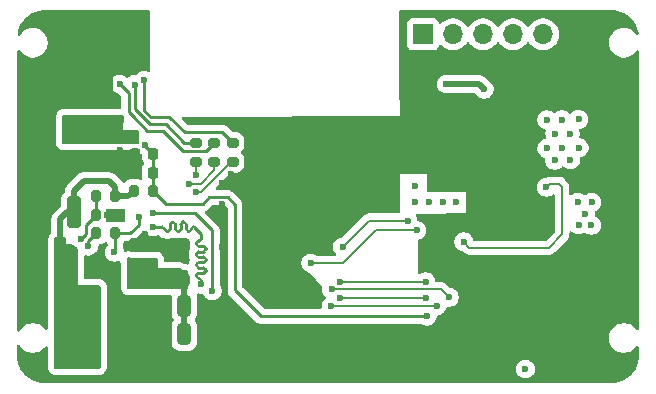
<source format=gbl>
G04 #@! TF.GenerationSoftware,KiCad,Pcbnew,9.0.0*
G04 #@! TF.CreationDate,2025-02-24T19:41:20+01:00*
G04 #@! TF.ProjectId,SourceFIle,536f7572-6365-4464-996c-652e6b696361,02*
G04 #@! TF.SameCoordinates,Original*
G04 #@! TF.FileFunction,Copper,L4,Bot*
G04 #@! TF.FilePolarity,Positive*
%FSLAX46Y46*%
G04 Gerber Fmt 4.6, Leading zero omitted, Abs format (unit mm)*
G04 Created by KiCad (PCBNEW 9.0.0) date 2025-02-24 19:41:20*
%MOMM*%
%LPD*%
G01*
G04 APERTURE LIST*
G04 Aperture macros list*
%AMRoundRect*
0 Rectangle with rounded corners*
0 $1 Rounding radius*
0 $2 $3 $4 $5 $6 $7 $8 $9 X,Y pos of 4 corners*
0 Add a 4 corners polygon primitive as box body*
4,1,4,$2,$3,$4,$5,$6,$7,$8,$9,$2,$3,0*
0 Add four circle primitives for the rounded corners*
1,1,$1+$1,$2,$3*
1,1,$1+$1,$4,$5*
1,1,$1+$1,$6,$7*
1,1,$1+$1,$8,$9*
0 Add four rect primitives between the rounded corners*
20,1,$1+$1,$2,$3,$4,$5,0*
20,1,$1+$1,$4,$5,$6,$7,0*
20,1,$1+$1,$6,$7,$8,$9,0*
20,1,$1+$1,$8,$9,$2,$3,0*%
G04 Aperture macros list end*
G04 #@! TA.AperFunction,ComponentPad*
%ADD10R,1.700000X1.700000*%
G04 #@! TD*
G04 #@! TA.AperFunction,ComponentPad*
%ADD11O,1.700000X1.700000*%
G04 #@! TD*
G04 #@! TA.AperFunction,SMDPad,CuDef*
%ADD12RoundRect,0.225000X0.225000X0.250000X-0.225000X0.250000X-0.225000X-0.250000X0.225000X-0.250000X0*%
G04 #@! TD*
G04 #@! TA.AperFunction,SMDPad,CuDef*
%ADD13RoundRect,0.250000X0.250000X0.475000X-0.250000X0.475000X-0.250000X-0.475000X0.250000X-0.475000X0*%
G04 #@! TD*
G04 #@! TA.AperFunction,SMDPad,CuDef*
%ADD14RoundRect,0.250000X0.325000X1.100000X-0.325000X1.100000X-0.325000X-1.100000X0.325000X-1.100000X0*%
G04 #@! TD*
G04 #@! TA.AperFunction,SMDPad,CuDef*
%ADD15RoundRect,0.225000X0.250000X-0.225000X0.250000X0.225000X-0.250000X0.225000X-0.250000X-0.225000X0*%
G04 #@! TD*
G04 #@! TA.AperFunction,SMDPad,CuDef*
%ADD16RoundRect,0.250000X0.650000X-0.325000X0.650000X0.325000X-0.650000X0.325000X-0.650000X-0.325000X0*%
G04 #@! TD*
G04 #@! TA.AperFunction,SMDPad,CuDef*
%ADD17RoundRect,0.250000X-0.325000X-1.100000X0.325000X-1.100000X0.325000X1.100000X-0.325000X1.100000X0*%
G04 #@! TD*
G04 #@! TA.AperFunction,SMDPad,CuDef*
%ADD18RoundRect,0.250000X0.325000X0.650000X-0.325000X0.650000X-0.325000X-0.650000X0.325000X-0.650000X0*%
G04 #@! TD*
G04 #@! TA.AperFunction,SMDPad,CuDef*
%ADD19RoundRect,0.200000X-0.200000X-0.275000X0.200000X-0.275000X0.200000X0.275000X-0.200000X0.275000X0*%
G04 #@! TD*
G04 #@! TA.AperFunction,SMDPad,CuDef*
%ADD20RoundRect,0.200000X0.200000X0.275000X-0.200000X0.275000X-0.200000X-0.275000X0.200000X-0.275000X0*%
G04 #@! TD*
G04 #@! TA.AperFunction,SMDPad,CuDef*
%ADD21RoundRect,0.250000X1.100000X-0.325000X1.100000X0.325000X-1.100000X0.325000X-1.100000X-0.325000X0*%
G04 #@! TD*
G04 #@! TA.AperFunction,SMDPad,CuDef*
%ADD22RoundRect,0.200000X-0.275000X0.200000X-0.275000X-0.200000X0.275000X-0.200000X0.275000X0.200000X0*%
G04 #@! TD*
G04 #@! TA.AperFunction,ViaPad*
%ADD23C,0.600000*%
G04 #@! TD*
G04 #@! TA.AperFunction,Conductor*
%ADD24C,0.254000*%
G04 #@! TD*
G04 #@! TA.AperFunction,Conductor*
%ADD25C,0.500000*%
G04 #@! TD*
G04 #@! TA.AperFunction,Conductor*
%ADD26C,0.250000*%
G04 #@! TD*
G04 #@! TA.AperFunction,Conductor*
%ADD27C,0.200000*%
G04 #@! TD*
G04 APERTURE END LIST*
D10*
X161830000Y-71660000D03*
D11*
X164370000Y-71660000D03*
X166910000Y-71660000D03*
X169450000Y-71660000D03*
X171990000Y-71660000D03*
X174530000Y-71660000D03*
D12*
X138965000Y-83360000D03*
X137415000Y-83360000D03*
D13*
X131110000Y-89480000D03*
X129210000Y-89480000D03*
D14*
X132265000Y-86730000D03*
X129315000Y-86730000D03*
D15*
X134230000Y-78905000D03*
X134230000Y-77355000D03*
D16*
X141170000Y-92455000D03*
X141170000Y-89505000D03*
D17*
X133685000Y-95110000D03*
X136635000Y-95110000D03*
D13*
X131120000Y-91530000D03*
X129220000Y-91530000D03*
X131120000Y-93570000D03*
X129220000Y-93570000D03*
D12*
X138965000Y-81800000D03*
X137415000Y-81800000D03*
D18*
X141615000Y-97050000D03*
X138665000Y-97050000D03*
D19*
X137345000Y-84900000D03*
X138995000Y-84900000D03*
D20*
X135765000Y-85370000D03*
X134115000Y-85370000D03*
D15*
X132690000Y-78915000D03*
X132690000Y-77365000D03*
D21*
X138310000Y-92465000D03*
X138310000Y-89515000D03*
D22*
X142620000Y-80820000D03*
X142620000Y-82470000D03*
X145710000Y-80820000D03*
X145710000Y-82470000D03*
D18*
X141615000Y-94630000D03*
X138665000Y-94630000D03*
D17*
X133685000Y-98410000D03*
X136635000Y-98410000D03*
D20*
X135775000Y-88520000D03*
X134125000Y-88520000D03*
D22*
X144170000Y-80820000D03*
X144170000Y-82470000D03*
D20*
X135765000Y-86950000D03*
X134115000Y-86950000D03*
D15*
X135780000Y-78915000D03*
X135780000Y-77365000D03*
D23*
X130920000Y-76550000D03*
X146230000Y-84280000D03*
X151580000Y-83470000D03*
X171400000Y-98640000D03*
X148450000Y-89640000D03*
X144810000Y-86037000D03*
X135010000Y-71300000D03*
X150840000Y-86080000D03*
X167100000Y-78840000D03*
X141760000Y-90850000D03*
X135065797Y-86945000D03*
X147050000Y-89640000D03*
X150820000Y-84270000D03*
X136190000Y-81450000D03*
X168180000Y-80570000D03*
X149250000Y-84250000D03*
X134760000Y-75900000D03*
X132370000Y-71290000D03*
X134610000Y-89690000D03*
X151630000Y-86950000D03*
X145550000Y-83460000D03*
X150840000Y-87710000D03*
X144810000Y-87700000D03*
X147670000Y-84250000D03*
X133650000Y-75900000D03*
X131640000Y-76130000D03*
X128140000Y-93890000D03*
X135960000Y-72180000D03*
X167640000Y-79730000D03*
X146820000Y-83420000D03*
X130330000Y-86630000D03*
X128550000Y-94520000D03*
X148540000Y-83440000D03*
X144830000Y-89660000D03*
X151640000Y-88760000D03*
X137370000Y-71310000D03*
X168170000Y-78850000D03*
X150790000Y-89650000D03*
X166510000Y-100370000D03*
X159450000Y-79300000D03*
X150160000Y-83470000D03*
X164040000Y-98440000D03*
X130930000Y-77430000D03*
X130940000Y-75700000D03*
X138300000Y-88570000D03*
X174790000Y-84430000D03*
X133650000Y-72150000D03*
X173890000Y-100470000D03*
X132590000Y-75890000D03*
X161370000Y-82580000D03*
X151610000Y-85230000D03*
X144820000Y-84290000D03*
X167640000Y-81500000D03*
X127790000Y-94530000D03*
X131600000Y-77010000D03*
X167100000Y-80520000D03*
X137770000Y-87160000D03*
X137430000Y-91490000D03*
X136990000Y-90850000D03*
X138390000Y-91500000D03*
X138830000Y-90860000D03*
X135700000Y-90120000D03*
X137880000Y-90860000D03*
X163510000Y-85860000D03*
X172300000Y-78880000D03*
X170500000Y-100000000D03*
X175040000Y-81270000D03*
X176100000Y-85880000D03*
X132140000Y-91990000D03*
X174940000Y-85890000D03*
X172970000Y-80060000D03*
X172970000Y-82330000D03*
X136610000Y-80650000D03*
X173600000Y-78880000D03*
X132140000Y-91190000D03*
X132040000Y-80030000D03*
X161110000Y-85840000D03*
X174990000Y-78870000D03*
X132140000Y-90390000D03*
X162340000Y-85850000D03*
X132150000Y-92800000D03*
X174990000Y-87800000D03*
X174310000Y-82300000D03*
X176090000Y-87820000D03*
X167000000Y-76310000D03*
X172310000Y-81320000D03*
X174290000Y-80100000D03*
X137370000Y-80080000D03*
X133580000Y-80650000D03*
X161120000Y-84540000D03*
X175570000Y-86860000D03*
X164630000Y-85880000D03*
X132940000Y-80060000D03*
X163810000Y-75870000D03*
X132490000Y-80640000D03*
X173590000Y-81320000D03*
X162170000Y-95520000D03*
X138270000Y-81060000D03*
X137420000Y-75910000D03*
X136130000Y-75870000D03*
X138220000Y-75560000D03*
X162060000Y-92600000D03*
X154780000Y-92590000D03*
X154780000Y-93980000D03*
X162080000Y-93980000D03*
X138980000Y-87940000D03*
X143030000Y-92820000D03*
X163000000Y-94660000D03*
X154070000Y-94660000D03*
X143980000Y-93390000D03*
X138990000Y-86820000D03*
X142000000Y-84360000D03*
X165270000Y-89230000D03*
X161290000Y-88260000D03*
X172280000Y-84620000D03*
X152310000Y-91020000D03*
X142610000Y-83610000D03*
X154080000Y-93260000D03*
X164040000Y-93930000D03*
X142600000Y-85050000D03*
X160540000Y-87430000D03*
X155010000Y-89660000D03*
X133500000Y-89590000D03*
X132850000Y-88950000D03*
D24*
X138310000Y-89515000D02*
X141160000Y-89515000D01*
X135760000Y-86945000D02*
X135765000Y-86950000D01*
X137415000Y-81800000D02*
X137415000Y-83360000D01*
X137395000Y-81780000D02*
X136520000Y-81780000D01*
X135065797Y-86945000D02*
X135760000Y-86945000D01*
X130330000Y-86630000D02*
X129415000Y-86630000D01*
X129415000Y-86630000D02*
X129315000Y-86730000D01*
X138310000Y-89515000D02*
X138310000Y-88580000D01*
X138310000Y-88580000D02*
X138300000Y-88570000D01*
X136520000Y-81780000D02*
X136190000Y-81450000D01*
X137415000Y-81800000D02*
X137395000Y-81780000D01*
X141170000Y-90470000D02*
X141170000Y-89505000D01*
X141550000Y-90850000D02*
X141170000Y-90470000D01*
X141760000Y-90850000D02*
X141550000Y-90850000D01*
X141160000Y-89515000D02*
X141170000Y-89505000D01*
X135775000Y-88520000D02*
X135775000Y-90045000D01*
D25*
X138310000Y-92465000D02*
X141160000Y-92465000D01*
D24*
X137020000Y-88520000D02*
X135775000Y-88520000D01*
D25*
X141615000Y-97050000D02*
X141615000Y-92900000D01*
X141615000Y-92900000D02*
X141170000Y-92455000D01*
D24*
X135775000Y-90045000D02*
X135700000Y-90120000D01*
X137770000Y-87160000D02*
X137770000Y-87770000D01*
X137770000Y-87770000D02*
X137020000Y-88520000D01*
D25*
X141160000Y-92465000D02*
X141170000Y-92455000D01*
X166560000Y-75870000D02*
X167000000Y-76310000D01*
X131110000Y-89480000D02*
X131110000Y-87330000D01*
X133080000Y-84090000D02*
X135250000Y-84090000D01*
X135250000Y-84090000D02*
X135765000Y-84605000D01*
X132265000Y-84905000D02*
X133080000Y-84090000D01*
X135765000Y-85370000D02*
X136875000Y-85370000D01*
X131710000Y-86730000D02*
X132265000Y-86730000D01*
X136875000Y-85370000D02*
X137345000Y-84900000D01*
D24*
X131120000Y-93570000D02*
X131120000Y-89490000D01*
D25*
X163810000Y-75870000D02*
X166560000Y-75870000D01*
X132265000Y-86730000D02*
X132265000Y-84905000D01*
D24*
X131120000Y-89490000D02*
X131110000Y-89480000D01*
D25*
X135765000Y-84605000D02*
X135765000Y-85370000D01*
X131110000Y-87330000D02*
X131710000Y-86730000D01*
D24*
X140095000Y-86000000D02*
X138995000Y-84900000D01*
D26*
X138270000Y-81105000D02*
X138965000Y-81800000D01*
X138965000Y-84870000D02*
X138995000Y-84900000D01*
X138965000Y-81800000D02*
X138965000Y-84870000D01*
D24*
X162170000Y-95520000D02*
X148100000Y-95520000D01*
X145900000Y-93320000D02*
X145900000Y-86090000D01*
X145280000Y-85470000D02*
X143740000Y-85470000D01*
X148100000Y-95520000D02*
X145900000Y-93320000D01*
X145900000Y-86090000D02*
X145280000Y-85470000D01*
D26*
X138270000Y-81060000D02*
X138270000Y-81105000D01*
D24*
X143740000Y-85470000D02*
X143210000Y-86000000D01*
X143210000Y-86000000D02*
X140095000Y-86000000D01*
D26*
X137420000Y-77980000D02*
X137420000Y-75910000D01*
X142620000Y-80820000D02*
X141630000Y-80820000D01*
X141630000Y-80820000D02*
X140060000Y-79250000D01*
X140060000Y-79250000D02*
X138690000Y-79250000D01*
X137910000Y-78470000D02*
X137420000Y-77980000D01*
X138690000Y-79250000D02*
X137910000Y-78470000D01*
X138490000Y-79830000D02*
X137270000Y-78610000D01*
X136900000Y-78240000D02*
X136900000Y-76960000D01*
X140150000Y-80160000D02*
X139820000Y-79830000D01*
X141535000Y-81545000D02*
X140150000Y-80160000D01*
X139820000Y-79830000D02*
X138700000Y-79830000D01*
X136900000Y-76640000D02*
X136130000Y-75870000D01*
X136900000Y-76960000D02*
X136900000Y-76640000D01*
X144170000Y-80820000D02*
X143445000Y-81545000D01*
X143445000Y-81545000D02*
X141535000Y-81545000D01*
X138700000Y-79830000D02*
X138490000Y-79830000D01*
X137270000Y-78610000D02*
X136900000Y-78240000D01*
X144840000Y-79950000D02*
X145710000Y-80820000D01*
X141640000Y-79950000D02*
X144840000Y-79950000D01*
X138220000Y-75560000D02*
X138220000Y-78120000D01*
X140350000Y-78660000D02*
X141640000Y-79950000D01*
X138220000Y-78120000D02*
X138760000Y-78660000D01*
X138760000Y-78660000D02*
X140350000Y-78660000D01*
D27*
X162050000Y-92590000D02*
X162060000Y-92600000D01*
X154780000Y-92590000D02*
X162050000Y-92590000D01*
X154780000Y-93980000D02*
X162080000Y-93980000D01*
D24*
X142848400Y-91865636D02*
X143030000Y-91865636D01*
X140402400Y-88121600D02*
X140402400Y-88158400D01*
X143030000Y-92820000D02*
X143030000Y-92501236D01*
X142673619Y-88213619D02*
X142400000Y-87940000D01*
X143030000Y-91411636D02*
X142811600Y-91411636D01*
X139482676Y-87940000D02*
X138980000Y-87940000D01*
X142630000Y-90322036D02*
X142630000Y-90231236D01*
X140674800Y-87540000D02*
X140584000Y-87540000D01*
X142036800Y-88340000D02*
X141946000Y-88340000D01*
X141310400Y-87721600D02*
X141310400Y-87940000D01*
X139766800Y-87940000D02*
X139676000Y-87940000D01*
X143248400Y-90503636D02*
X143030000Y-90503636D01*
X140402400Y-87721600D02*
X140402400Y-87940000D01*
X141764400Y-87940000D02*
X141764400Y-87721600D01*
X142811600Y-89141636D02*
X142848400Y-89141636D01*
X142630000Y-89414036D02*
X142630000Y-89323236D01*
X143430000Y-90776036D02*
X143430000Y-90685236D01*
X143248400Y-89595636D02*
X143030000Y-89595636D01*
X140856400Y-88158400D02*
X140856400Y-87940000D01*
X142811600Y-91865636D02*
X142848400Y-91865636D01*
X141310400Y-87940000D02*
X141310400Y-88158400D01*
X143430000Y-89868036D02*
X143430000Y-89777236D01*
X141128800Y-88340000D02*
X141038000Y-88340000D01*
X143030000Y-88960036D02*
X143030000Y-88869236D01*
X143030000Y-90503636D02*
X142811600Y-90503636D01*
X140856400Y-87940000D02*
X140856400Y-87721600D01*
X143030000Y-90957636D02*
X143248400Y-90957636D01*
X141764400Y-88121600D02*
X141764400Y-87940000D01*
X143030000Y-88570000D02*
X142673619Y-88213619D01*
X140402400Y-87940000D02*
X140402400Y-88121600D01*
X140220800Y-88340000D02*
X140130000Y-88340000D01*
X142848400Y-89595636D02*
X142811600Y-89595636D01*
X143030000Y-90049636D02*
X143248400Y-90049636D01*
X142218400Y-88121600D02*
X142218400Y-88158400D01*
X142630000Y-92138036D02*
X142630000Y-92047236D01*
X142811600Y-90957636D02*
X143030000Y-90957636D01*
X142848400Y-92319636D02*
X142811600Y-92319636D01*
X143030000Y-91865636D02*
X143248400Y-91865636D01*
X142811600Y-90049636D02*
X143030000Y-90049636D01*
X139676000Y-87940000D02*
X139482676Y-87940000D01*
X143430000Y-91684036D02*
X143430000Y-91593236D01*
X143030000Y-89595636D02*
X142848400Y-89595636D01*
X139948400Y-88158400D02*
X139948400Y-88121600D01*
X141764400Y-88158400D02*
X141764400Y-88121600D01*
X143030000Y-88869236D02*
X143030000Y-88570000D01*
X141582800Y-87540000D02*
X141492000Y-87540000D01*
X143248400Y-91411636D02*
X143030000Y-91411636D01*
X142630000Y-91230036D02*
X142630000Y-91139236D01*
X142400000Y-87940000D02*
G75*
G03*
X142218400Y-88121600I0J-181600D01*
G01*
X141038000Y-88340000D02*
G75*
G02*
X140856400Y-88158400I0J181600D01*
G01*
X142811600Y-92319636D02*
G75*
G02*
X142629964Y-92138036I0J181636D01*
G01*
X141946000Y-88340000D02*
G75*
G02*
X141764400Y-88158400I0J181600D01*
G01*
X141310400Y-88158400D02*
G75*
G02*
X141128800Y-88340000I-181600J0D01*
G01*
X143430000Y-90685236D02*
G75*
G03*
X143248400Y-90503600I-181600J36D01*
G01*
X140856400Y-87721600D02*
G75*
G03*
X140674800Y-87540000I-181600J0D01*
G01*
X142811600Y-89595636D02*
G75*
G02*
X142629964Y-89414036I0J181636D01*
G01*
X139948400Y-88121600D02*
G75*
G03*
X139766800Y-87940000I-181600J0D01*
G01*
X143030000Y-92501236D02*
G75*
G03*
X142848400Y-92319600I-181600J36D01*
G01*
X142630000Y-90231236D02*
G75*
G02*
X142811600Y-90049600I181600J36D01*
G01*
X142811600Y-91411636D02*
G75*
G02*
X142629964Y-91230036I0J181636D01*
G01*
X142630000Y-92047236D02*
G75*
G02*
X142811600Y-91865600I181600J36D01*
G01*
X142630000Y-91139236D02*
G75*
G02*
X142811600Y-90957600I181600J36D01*
G01*
X143430000Y-89777236D02*
G75*
G03*
X143248400Y-89595600I-181600J36D01*
G01*
X140584000Y-87540000D02*
G75*
G03*
X140402400Y-87721600I0J-181600D01*
G01*
X140402400Y-88158400D02*
G75*
G02*
X140220800Y-88340000I-181600J0D01*
G01*
X142218400Y-88158400D02*
G75*
G02*
X142036800Y-88340000I-181600J0D01*
G01*
X141492000Y-87540000D02*
G75*
G03*
X141310400Y-87721600I0J-181600D01*
G01*
X140130000Y-88340000D02*
G75*
G02*
X139948400Y-88158400I0J181600D01*
G01*
X143248400Y-91865636D02*
G75*
G03*
X143430036Y-91684036I0J181636D01*
G01*
X142811600Y-90503636D02*
G75*
G02*
X142629964Y-90322036I0J181636D01*
G01*
X142848400Y-89141636D02*
G75*
G03*
X143030036Y-88960036I0J181636D01*
G01*
X141764400Y-87721600D02*
G75*
G03*
X141582800Y-87540000I-181600J0D01*
G01*
X142630000Y-89323236D02*
G75*
G02*
X142811600Y-89141600I181600J36D01*
G01*
X143430000Y-91593236D02*
G75*
G03*
X143248400Y-91411600I-181600J36D01*
G01*
X143248400Y-90957636D02*
G75*
G03*
X143430036Y-90776036I0J181636D01*
G01*
X143248400Y-90049636D02*
G75*
G03*
X143430036Y-89868036I0J181636D01*
G01*
D27*
X154070000Y-94660000D02*
X163000000Y-94660000D01*
D24*
X142540000Y-86820000D02*
X138990000Y-86820000D01*
X143980000Y-93390000D02*
X143980000Y-88260000D01*
X143980000Y-88260000D02*
X142540000Y-86820000D01*
D27*
X144170000Y-83180000D02*
X144170000Y-82470000D01*
X142000000Y-84360000D02*
X142990000Y-84360000D01*
X142990000Y-84360000D02*
X144170000Y-83180000D01*
X172280000Y-84620000D02*
X172580000Y-84320000D01*
X152310000Y-91020000D02*
X155060000Y-91020000D01*
X173620000Y-88600000D02*
X172500000Y-89720000D01*
X165760000Y-89720000D02*
X165270000Y-89230000D01*
X172580000Y-84320000D02*
X173360000Y-84320000D01*
X173360000Y-84320000D02*
X173620000Y-84580000D01*
X157820000Y-88260000D02*
X161290000Y-88260000D01*
X155060000Y-91020000D02*
X155870000Y-90210000D01*
X155870000Y-90210000D02*
X157820000Y-88260000D01*
X173620000Y-84580000D02*
X173620000Y-88600000D01*
X172500000Y-89720000D02*
X165760000Y-89720000D01*
X142620000Y-83600000D02*
X142620000Y-82470000D01*
X142610000Y-83610000D02*
X142620000Y-83600000D01*
X163370000Y-93260000D02*
X164040000Y-93930000D01*
X154080000Y-93260000D02*
X163370000Y-93260000D01*
X145610000Y-82470000D02*
X143030000Y-85050000D01*
X143030000Y-85050000D02*
X142600000Y-85050000D01*
X145710000Y-82470000D02*
X145610000Y-82470000D01*
X157240000Y-87430000D02*
X160540000Y-87430000D01*
X155010000Y-89660000D02*
X157240000Y-87430000D01*
D26*
X133500000Y-89145000D02*
X134125000Y-88520000D01*
X133500000Y-89590000D02*
X133500000Y-89145000D01*
X134115000Y-85370000D02*
X134115000Y-86950000D01*
X132850000Y-88950000D02*
X133260000Y-88540000D01*
X133260000Y-88540000D02*
X133260000Y-87805000D01*
X133260000Y-87805000D02*
X134115000Y-86950000D01*
G04 #@! TA.AperFunction,Conductor*
G36*
X129930000Y-94860000D02*
G01*
X127460843Y-94860000D01*
X127467930Y-83769327D01*
X129940000Y-83760000D01*
X129930000Y-94860000D01*
G37*
G04 #@! TD.AperFunction*
G04 #@! TA.AperFunction,Conductor*
G36*
X177811022Y-69618496D02*
G01*
X178076805Y-69634576D01*
X178091887Y-69636407D01*
X178350046Y-69683719D01*
X178364801Y-69687356D01*
X178615385Y-69765443D01*
X178629575Y-69770826D01*
X178868914Y-69878545D01*
X178882375Y-69885610D01*
X179106969Y-70021383D01*
X179119482Y-70030020D01*
X179326079Y-70191879D01*
X179337467Y-70201969D01*
X179523030Y-70387532D01*
X179533120Y-70398920D01*
X179694976Y-70605513D01*
X179703619Y-70618035D01*
X179839386Y-70842619D01*
X179846457Y-70856091D01*
X179954169Y-71095413D01*
X179959558Y-71109624D01*
X180032519Y-71343753D01*
X180037639Y-71360183D01*
X180041280Y-71374955D01*
X180073233Y-71549304D01*
X180065838Y-71619915D01*
X180021443Y-71675318D01*
X179954142Y-71697925D01*
X179885302Y-71680557D01*
X179847361Y-71646079D01*
X179843377Y-71640596D01*
X179785078Y-71560354D01*
X179785077Y-71560353D01*
X179785076Y-71560351D01*
X179645898Y-71421173D01*
X179486658Y-71305478D01*
X179486657Y-71305477D01*
X179486655Y-71305476D01*
X179311275Y-71216116D01*
X179124076Y-71155291D01*
X178929667Y-71124500D01*
X178732833Y-71124500D01*
X178538424Y-71155291D01*
X178538421Y-71155291D01*
X178538420Y-71155292D01*
X178473987Y-71176228D01*
X178351225Y-71216116D01*
X178351223Y-71216116D01*
X178351223Y-71216117D01*
X178175841Y-71305478D01*
X178016601Y-71421173D01*
X177877423Y-71560351D01*
X177761728Y-71719591D01*
X177761726Y-71719595D01*
X177672366Y-71894975D01*
X177611541Y-72082174D01*
X177580750Y-72276583D01*
X177580750Y-72473417D01*
X177611541Y-72667826D01*
X177672366Y-72855025D01*
X177761726Y-73030405D01*
X177761728Y-73030408D01*
X177877423Y-73189648D01*
X178016601Y-73328826D01*
X178016604Y-73328828D01*
X178175845Y-73444524D01*
X178351225Y-73533884D01*
X178538424Y-73594709D01*
X178732833Y-73625500D01*
X178732836Y-73625500D01*
X178929664Y-73625500D01*
X178929667Y-73625500D01*
X179124076Y-73594709D01*
X179311275Y-73533884D01*
X179486655Y-73444524D01*
X179645896Y-73328828D01*
X179785078Y-73189646D01*
X179878571Y-73060963D01*
X179934792Y-73017611D01*
X180005528Y-73011536D01*
X180068320Y-73044667D01*
X180103231Y-73106487D01*
X180106506Y-73135049D01*
X180102155Y-96609008D01*
X180082140Y-96677125D01*
X180028476Y-96723608D01*
X179958200Y-96733699D01*
X179893625Y-96704194D01*
X179874219Y-96683046D01*
X179785078Y-96560354D01*
X179785075Y-96560351D01*
X179785073Y-96560348D01*
X179645898Y-96421173D01*
X179486658Y-96305478D01*
X179486657Y-96305477D01*
X179486655Y-96305476D01*
X179311275Y-96216116D01*
X179124076Y-96155291D01*
X178929667Y-96124500D01*
X178732833Y-96124500D01*
X178538424Y-96155291D01*
X178538421Y-96155291D01*
X178538420Y-96155292D01*
X178448604Y-96184475D01*
X178351225Y-96216116D01*
X178351223Y-96216116D01*
X178351223Y-96216117D01*
X178175841Y-96305478D01*
X178016601Y-96421173D01*
X177877423Y-96560351D01*
X177761728Y-96719591D01*
X177761726Y-96719595D01*
X177672366Y-96894975D01*
X177611541Y-97082174D01*
X177580750Y-97276583D01*
X177580750Y-97473417D01*
X177611541Y-97667826D01*
X177672366Y-97855025D01*
X177761726Y-98030405D01*
X177761728Y-98030408D01*
X177877423Y-98189648D01*
X178016601Y-98328826D01*
X178016604Y-98328828D01*
X178175845Y-98444524D01*
X178351225Y-98533884D01*
X178538424Y-98594709D01*
X178732833Y-98625500D01*
X178732836Y-98625500D01*
X178929664Y-98625500D01*
X178929667Y-98625500D01*
X179124076Y-98594709D01*
X179311275Y-98533884D01*
X179486655Y-98444524D01*
X179645896Y-98328828D01*
X179785078Y-98189646D01*
X179873937Y-98067342D01*
X179930157Y-98023990D01*
X180000893Y-98017915D01*
X180063685Y-98051046D01*
X180098596Y-98112866D01*
X180101871Y-98141428D01*
X180101741Y-98841608D01*
X180101739Y-98852333D01*
X180101734Y-98852348D01*
X180101733Y-98887791D01*
X180101733Y-98888443D01*
X180101732Y-98888445D01*
X180101503Y-98896030D01*
X180085424Y-99161795D01*
X180083590Y-99176900D01*
X180036280Y-99435044D01*
X180032639Y-99449816D01*
X179954560Y-99700370D01*
X179949169Y-99714586D01*
X179841457Y-99953908D01*
X179834386Y-99967380D01*
X179698619Y-100191964D01*
X179689976Y-100204486D01*
X179528120Y-100411079D01*
X179518030Y-100422467D01*
X179332467Y-100608030D01*
X179321079Y-100618120D01*
X179114486Y-100779976D01*
X179101964Y-100788619D01*
X178877380Y-100924386D01*
X178863908Y-100931457D01*
X178624586Y-101039169D01*
X178610370Y-101044560D01*
X178382577Y-101115545D01*
X178359816Y-101122639D01*
X178345044Y-101126280D01*
X178086900Y-101173590D01*
X178071795Y-101175424D01*
X177806032Y-101191503D01*
X177798423Y-101191733D01*
X129761577Y-101191733D01*
X129753968Y-101191503D01*
X129488204Y-101175424D01*
X129473099Y-101173590D01*
X129214955Y-101126280D01*
X129200186Y-101122639D01*
X128949624Y-101044558D01*
X128935413Y-101039169D01*
X128696091Y-100931457D01*
X128682619Y-100924386D01*
X128458035Y-100788619D01*
X128445513Y-100779976D01*
X128238920Y-100618120D01*
X128227532Y-100608030D01*
X128041969Y-100422467D01*
X128031879Y-100411079D01*
X128024264Y-100401359D01*
X127870020Y-100204482D01*
X127861380Y-100191964D01*
X127822182Y-100127124D01*
X127725610Y-99967375D01*
X127718542Y-99953908D01*
X127610826Y-99714575D01*
X127605443Y-99700385D01*
X127527356Y-99449801D01*
X127523719Y-99435044D01*
X127513304Y-99378213D01*
X127476407Y-99176887D01*
X127474576Y-99161805D01*
X127458497Y-98896030D01*
X127458268Y-98888360D01*
X127458436Y-98625500D01*
X127458810Y-98039148D01*
X127478856Y-97971043D01*
X127532541Y-97924584D01*
X127602821Y-97914525D01*
X127667383Y-97944059D01*
X127697077Y-97982028D01*
X127721727Y-98030407D01*
X127837423Y-98189648D01*
X127976601Y-98328826D01*
X127976604Y-98328828D01*
X128135845Y-98444524D01*
X128311225Y-98533884D01*
X128498424Y-98594709D01*
X128692833Y-98625500D01*
X128692836Y-98625500D01*
X128889664Y-98625500D01*
X128889667Y-98625500D01*
X129084076Y-98594709D01*
X129271275Y-98533884D01*
X129446655Y-98444524D01*
X129605896Y-98328828D01*
X129745078Y-98189646D01*
X129808293Y-98102638D01*
X129864513Y-98059286D01*
X129935249Y-98053211D01*
X129998041Y-98086342D01*
X130032952Y-98148162D01*
X130036227Y-98176820D01*
X130034735Y-99750518D01*
X130044447Y-99849602D01*
X130044450Y-99849624D01*
X130063400Y-99944896D01*
X130076786Y-99997337D01*
X130138876Y-100127120D01*
X130138879Y-100127124D01*
X130138880Y-100127126D01*
X130192856Y-100207908D01*
X130212012Y-100233497D01*
X130225293Y-100251238D01*
X130332326Y-100347379D01*
X130352324Y-100360741D01*
X130413110Y-100401356D01*
X130413123Y-100401364D01*
X130413125Y-100401365D01*
X130413130Y-100401368D01*
X130459636Y-100428961D01*
X130459639Y-100428962D01*
X130459645Y-100428966D01*
X130595330Y-100476833D01*
X130690618Y-100495787D01*
X130789236Y-100505500D01*
X130789245Y-100505500D01*
X134320991Y-100505500D01*
X134321000Y-100505500D01*
X134419618Y-100495787D01*
X134514906Y-100476833D01*
X134567335Y-100463451D01*
X134697126Y-100401356D01*
X134777908Y-100347380D01*
X134821233Y-100314947D01*
X134821236Y-100314943D01*
X134821238Y-100314942D01*
X134917379Y-100207909D01*
X134928033Y-100191964D01*
X134971356Y-100127126D01*
X134998966Y-100080591D01*
X135046833Y-99944906D01*
X135051557Y-99921155D01*
X169699500Y-99921155D01*
X169699500Y-100078844D01*
X169730263Y-100233497D01*
X169730265Y-100233502D01*
X169763998Y-100314942D01*
X169790606Y-100379179D01*
X169878211Y-100510289D01*
X169989711Y-100621789D01*
X170120821Y-100709394D01*
X170266503Y-100769737D01*
X170421158Y-100800500D01*
X170421159Y-100800500D01*
X170578841Y-100800500D01*
X170578842Y-100800500D01*
X170733497Y-100769737D01*
X170879179Y-100709394D01*
X171010289Y-100621789D01*
X171121789Y-100510289D01*
X171209394Y-100379179D01*
X171269737Y-100233497D01*
X171300500Y-100078842D01*
X171300500Y-99921158D01*
X171269737Y-99766503D01*
X171209394Y-99620821D01*
X171121789Y-99489711D01*
X171010289Y-99378211D01*
X170879179Y-99290606D01*
X170733497Y-99230263D01*
X170578844Y-99199500D01*
X170578842Y-99199500D01*
X170421158Y-99199500D01*
X170421155Y-99199500D01*
X170266502Y-99230263D01*
X170266497Y-99230265D01*
X170120820Y-99290606D01*
X169989715Y-99378208D01*
X169989708Y-99378213D01*
X169878213Y-99489708D01*
X169878208Y-99489715D01*
X169790606Y-99620820D01*
X169730265Y-99766497D01*
X169730263Y-99766502D01*
X169699500Y-99921155D01*
X135051557Y-99921155D01*
X135065787Y-99849618D01*
X135075500Y-99751000D01*
X135075500Y-93129000D01*
X135065787Y-93030382D01*
X135046833Y-92935094D01*
X135033451Y-92882665D01*
X135003546Y-92820158D01*
X134971359Y-92752879D01*
X134971356Y-92752875D01*
X134971356Y-92752874D01*
X134917380Y-92672092D01*
X134884947Y-92628767D01*
X134884945Y-92628765D01*
X134884942Y-92628761D01*
X134777909Y-92532620D01*
X134738179Y-92506074D01*
X134697126Y-92478644D01*
X134697116Y-92478638D01*
X134697110Y-92478634D01*
X134697105Y-92478631D01*
X134650599Y-92451038D01*
X134650587Y-92451032D01*
X134514907Y-92403167D01*
X134419623Y-92384214D01*
X134419618Y-92384213D01*
X134419613Y-92384212D01*
X134419603Y-92384211D01*
X134321006Y-92374500D01*
X134321000Y-92374500D01*
X133231500Y-92374500D01*
X133163379Y-92354498D01*
X133116886Y-92300842D01*
X133105500Y-92248500D01*
X133105500Y-90480788D01*
X133125502Y-90412667D01*
X133179158Y-90366174D01*
X133249432Y-90356070D01*
X133261015Y-90358644D01*
X133266496Y-90359734D01*
X133266503Y-90359737D01*
X133421158Y-90390500D01*
X133421159Y-90390500D01*
X133578841Y-90390500D01*
X133578842Y-90390500D01*
X133733497Y-90359737D01*
X133879179Y-90299394D01*
X134010289Y-90211789D01*
X134121789Y-90100289D01*
X134209394Y-89969179D01*
X134269737Y-89823497D01*
X134300500Y-89668842D01*
X134300500Y-89617940D01*
X134320502Y-89549819D01*
X134374158Y-89503326D01*
X134415097Y-89492457D01*
X134452196Y-89489086D01*
X134614606Y-89438478D01*
X134760185Y-89350472D01*
X134801815Y-89308842D01*
X134860905Y-89249753D01*
X134868977Y-89245344D01*
X134874491Y-89237980D01*
X134899649Y-89228596D01*
X134923217Y-89215727D01*
X134932393Y-89216383D01*
X134941011Y-89213169D01*
X134967247Y-89218876D01*
X134994032Y-89220792D01*
X135003230Y-89226703D01*
X135010385Y-89228260D01*
X135039095Y-89249753D01*
X135110595Y-89321253D01*
X135144621Y-89383565D01*
X135147500Y-89410348D01*
X135147500Y-89488232D01*
X135127498Y-89556353D01*
X135110595Y-89577327D01*
X135078213Y-89609708D01*
X135078208Y-89609715D01*
X134990606Y-89740820D01*
X134930265Y-89886497D01*
X134930263Y-89886502D01*
X134899500Y-90041155D01*
X134899500Y-90198844D01*
X134930263Y-90353497D01*
X134930265Y-90353502D01*
X134950287Y-90401840D01*
X134990606Y-90499179D01*
X135078211Y-90630289D01*
X135189711Y-90741789D01*
X135320821Y-90829394D01*
X135466503Y-90889737D01*
X135621158Y-90920500D01*
X135621159Y-90920500D01*
X135778841Y-90920500D01*
X135778842Y-90920500D01*
X135933497Y-90889737D01*
X136020982Y-90853499D01*
X136039021Y-90851560D01*
X136055790Y-90844624D01*
X136073586Y-90847843D01*
X136091570Y-90845910D01*
X136107798Y-90854032D01*
X136125653Y-90857263D01*
X136138882Y-90869592D01*
X136155057Y-90877688D01*
X136164317Y-90893294D01*
X136177592Y-90905666D01*
X136188391Y-90933869D01*
X136191285Y-90938746D01*
X136191300Y-90938806D01*
X136192130Y-90942066D01*
X136220263Y-91083497D01*
X136240763Y-91132991D01*
X136242996Y-91141754D01*
X136242651Y-91151267D01*
X136246894Y-91172393D01*
X136254041Y-93116562D01*
X136261135Y-93181150D01*
X136265468Y-93220606D01*
X136265687Y-93222595D01*
X136276972Y-93274250D01*
X136298432Y-93338842D01*
X136310601Y-93375466D01*
X136338913Y-93419708D01*
X136388152Y-93496653D01*
X136388157Y-93496660D01*
X136434544Y-93550402D01*
X136543096Y-93644831D01*
X136543101Y-93644834D01*
X136617079Y-93678791D01*
X136673858Y-93704854D01*
X136741940Y-93724988D01*
X136741945Y-93724989D01*
X136884321Y-93745740D01*
X138160043Y-93748198D01*
X138213738Y-93745442D01*
X138213745Y-93745441D01*
X138213750Y-93745441D01*
X138226697Y-93744083D01*
X138227062Y-93744045D01*
X138231633Y-93743578D01*
X138231734Y-93743583D01*
X138308969Y-93735692D01*
X138309368Y-93735652D01*
X138309369Y-93735651D01*
X138309380Y-93735650D01*
X138309391Y-93735650D01*
X138309394Y-93735650D01*
X138322173Y-93735000D01*
X139007830Y-93735000D01*
X139020634Y-93735651D01*
X139087599Y-93742492D01*
X139094957Y-93743464D01*
X139096056Y-93743643D01*
X139102294Y-93744151D01*
X139109484Y-93744946D01*
X139115577Y-93745799D01*
X139115580Y-93745798D01*
X139115583Y-93745799D01*
X139122343Y-93746013D01*
X139122333Y-93746315D01*
X139129049Y-93746330D01*
X139175959Y-93750154D01*
X140418344Y-93752547D01*
X140486424Y-93772680D01*
X140532813Y-93826426D01*
X140543447Y-93891352D01*
X140539500Y-93929989D01*
X140539500Y-95330009D01*
X140550000Y-95432797D01*
X140605185Y-95599334D01*
X140697288Y-95748656D01*
X140697293Y-95748662D01*
X140699536Y-95750905D01*
X140700584Y-95752824D01*
X140701841Y-95754414D01*
X140701569Y-95754628D01*
X140733562Y-95813217D01*
X140728497Y-95884032D01*
X140701807Y-95925559D01*
X140701841Y-95925586D01*
X140701574Y-95925922D01*
X140699536Y-95929095D01*
X140697293Y-95931337D01*
X140697288Y-95931343D01*
X140605185Y-96080665D01*
X140550002Y-96247196D01*
X140550000Y-96247208D01*
X140539500Y-96349982D01*
X140539500Y-97750009D01*
X140550000Y-97852797D01*
X140605185Y-98019334D01*
X140697288Y-98168656D01*
X140697293Y-98168662D01*
X140821337Y-98292706D01*
X140821343Y-98292711D01*
X140821344Y-98292712D01*
X140878563Y-98328004D01*
X140970665Y-98384814D01*
X141137196Y-98439997D01*
X141137197Y-98439997D01*
X141137203Y-98439999D01*
X141239991Y-98450500D01*
X141990008Y-98450499D01*
X141990009Y-98450499D01*
X142092797Y-98439999D01*
X142259334Y-98384814D01*
X142408656Y-98292712D01*
X142532712Y-98168656D01*
X142624814Y-98019334D01*
X142679999Y-97852797D01*
X142690500Y-97750009D01*
X142690499Y-96349992D01*
X142687486Y-96320500D01*
X142679999Y-96247202D01*
X142624814Y-96080665D01*
X142532711Y-95931343D01*
X142530469Y-95929101D01*
X142529421Y-95927182D01*
X142528159Y-95925586D01*
X142528431Y-95925370D01*
X142496439Y-95866792D01*
X142501499Y-95795975D01*
X142528192Y-95754440D01*
X142528159Y-95754414D01*
X142528431Y-95754069D01*
X142530469Y-95750899D01*
X142532712Y-95748656D01*
X142624814Y-95599334D01*
X142679999Y-95432797D01*
X142690500Y-95330009D01*
X142690499Y-93929992D01*
X142679999Y-93827203D01*
X142655609Y-93753601D01*
X142653169Y-93682649D01*
X142689477Y-93621639D01*
X142753005Y-93589943D01*
X142799790Y-93590390D01*
X142951158Y-93620500D01*
X142951159Y-93620500D01*
X143108839Y-93620500D01*
X143108842Y-93620500D01*
X143108844Y-93620499D01*
X143112085Y-93620180D01*
X143113773Y-93620500D01*
X143115032Y-93620500D01*
X143115032Y-93620738D01*
X143181840Y-93633403D01*
X143233372Y-93682238D01*
X143240855Y-93697354D01*
X143243962Y-93704854D01*
X143270606Y-93769179D01*
X143358211Y-93900289D01*
X143469711Y-94011789D01*
X143600821Y-94099394D01*
X143746503Y-94159737D01*
X143901158Y-94190500D01*
X143901159Y-94190500D01*
X144058841Y-94190500D01*
X144058842Y-94190500D01*
X144213497Y-94159737D01*
X144359179Y-94099394D01*
X144490289Y-94011789D01*
X144601789Y-93900289D01*
X144689394Y-93769179D01*
X144749737Y-93623497D01*
X144780500Y-93468842D01*
X144780500Y-93311158D01*
X144749737Y-93156503D01*
X144689394Y-93010821D01*
X144628735Y-92920038D01*
X144607520Y-92852285D01*
X144607500Y-92850036D01*
X144607500Y-88198198D01*
X144607499Y-88198194D01*
X144599584Y-88158400D01*
X144583386Y-88076966D01*
X144545577Y-87985688D01*
X144536083Y-87962767D01*
X144467411Y-87859992D01*
X144380008Y-87772589D01*
X143397518Y-86790099D01*
X143381539Y-86760838D01*
X143364527Y-86732165D01*
X143364610Y-86729834D01*
X143363492Y-86727787D01*
X143365871Y-86694517D01*
X143367061Y-86661214D01*
X143368390Y-86659299D01*
X143368557Y-86656972D01*
X143388539Y-86630277D01*
X143407552Y-86602895D01*
X143410226Y-86601308D01*
X143411104Y-86600136D01*
X143438379Y-86584603D01*
X143499239Y-86559394D01*
X143499241Y-86559393D01*
X143499242Y-86559393D01*
X143501051Y-86558643D01*
X143507233Y-86556083D01*
X143610008Y-86487411D01*
X143697411Y-86400008D01*
X143963014Y-86134405D01*
X144025326Y-86100379D01*
X144052109Y-86097500D01*
X144967891Y-86097500D01*
X144997806Y-86106283D01*
X145028276Y-86112912D01*
X145033371Y-86116726D01*
X145036012Y-86117502D01*
X145056986Y-86134405D01*
X145235595Y-86313014D01*
X145269621Y-86375326D01*
X145272500Y-86402109D01*
X145272500Y-93381805D01*
X145280040Y-93419711D01*
X145295345Y-93496656D01*
X145296615Y-93503038D01*
X145326975Y-93576332D01*
X145326974Y-93576332D01*
X145343916Y-93617231D01*
X145343916Y-93617232D01*
X145343917Y-93617233D01*
X145412589Y-93720008D01*
X147612589Y-95920008D01*
X147699992Y-96007411D01*
X147802767Y-96076083D01*
X147850070Y-96095676D01*
X147916966Y-96123386D01*
X148038197Y-96147500D01*
X148161803Y-96147500D01*
X161630036Y-96147500D01*
X161698157Y-96167502D01*
X161700038Y-96168735D01*
X161790821Y-96229394D01*
X161936503Y-96289737D01*
X162091158Y-96320500D01*
X162091159Y-96320500D01*
X162248841Y-96320500D01*
X162248842Y-96320500D01*
X162403497Y-96289737D01*
X162549179Y-96229394D01*
X162680289Y-96141789D01*
X162791789Y-96030289D01*
X162879394Y-95899179D01*
X162939737Y-95753497D01*
X162970500Y-95598842D01*
X162970500Y-95585370D01*
X162990502Y-95517249D01*
X163044158Y-95470756D01*
X163073025Y-95462991D01*
X163072770Y-95461708D01*
X163099103Y-95456469D01*
X163233497Y-95429737D01*
X163379179Y-95369394D01*
X163510289Y-95281789D01*
X163621789Y-95170289D01*
X163709394Y-95039179D01*
X163769737Y-94893497D01*
X163783629Y-94823653D01*
X163816537Y-94760746D01*
X163878232Y-94725614D01*
X163931788Y-94724658D01*
X163961158Y-94730500D01*
X163961159Y-94730500D01*
X164118841Y-94730500D01*
X164118842Y-94730500D01*
X164273497Y-94699737D01*
X164419179Y-94639394D01*
X164550289Y-94551789D01*
X164661789Y-94440289D01*
X164749394Y-94309179D01*
X164809737Y-94163497D01*
X164840500Y-94008842D01*
X164840500Y-93851158D01*
X164809737Y-93696503D01*
X164749394Y-93550821D01*
X164661789Y-93419711D01*
X164550289Y-93308211D01*
X164419179Y-93220606D01*
X164273497Y-93160263D01*
X164118744Y-93129480D01*
X164055834Y-93096572D01*
X164054231Y-93094996D01*
X163857708Y-92898473D01*
X163857696Y-92898459D01*
X163738722Y-92779485D01*
X163738712Y-92779477D01*
X163644816Y-92725267D01*
X163644815Y-92725267D01*
X163601785Y-92700423D01*
X163449057Y-92659499D01*
X163290943Y-92659499D01*
X163283225Y-92659499D01*
X163283209Y-92659500D01*
X162986500Y-92659500D01*
X162918379Y-92639498D01*
X162871886Y-92585842D01*
X162860500Y-92533500D01*
X162860500Y-92521159D01*
X162860499Y-92521155D01*
X162829737Y-92366503D01*
X162769394Y-92220821D01*
X162681789Y-92089711D01*
X162570289Y-91978211D01*
X162439179Y-91890606D01*
X162293497Y-91830263D01*
X162287208Y-91829012D01*
X162138844Y-91799500D01*
X162138842Y-91799500D01*
X161981158Y-91799500D01*
X161981155Y-91799500D01*
X161826502Y-91830263D01*
X161826497Y-91830265D01*
X161680820Y-91890606D01*
X161564596Y-91968265D01*
X161546256Y-91974007D01*
X161530092Y-91984396D01*
X161498634Y-91988919D01*
X161496843Y-91989480D01*
X161494594Y-91989500D01*
X161486000Y-91989500D01*
X161417879Y-91969498D01*
X161371386Y-91915842D01*
X161360000Y-91863500D01*
X161360000Y-89165664D01*
X161364260Y-89151155D01*
X164469500Y-89151155D01*
X164469500Y-89308844D01*
X164500263Y-89463497D01*
X164500265Y-89463502D01*
X164520005Y-89511158D01*
X164560606Y-89609179D01*
X164648211Y-89740289D01*
X164759711Y-89851789D01*
X164890821Y-89939394D01*
X165036503Y-89999737D01*
X165191158Y-90030500D01*
X165191254Y-90030519D01*
X165254163Y-90063427D01*
X165255712Y-90064948D01*
X165391284Y-90200520D01*
X165391286Y-90200521D01*
X165391287Y-90200522D01*
X165528213Y-90279576D01*
X165528216Y-90279577D01*
X165563964Y-90289156D01*
X165680943Y-90320501D01*
X165846776Y-90320501D01*
X165846792Y-90320500D01*
X172413209Y-90320500D01*
X172413225Y-90320501D01*
X172420943Y-90320501D01*
X172579054Y-90320501D01*
X172579057Y-90320501D01*
X172731785Y-90279577D01*
X172799468Y-90240500D01*
X172868716Y-90200520D01*
X172980520Y-90088716D01*
X172990887Y-90078349D01*
X172990894Y-90078339D01*
X173978339Y-89090894D01*
X173978349Y-89090887D01*
X174100514Y-88968722D01*
X174100520Y-88968716D01*
X174161843Y-88862500D01*
X174179577Y-88831785D01*
X174220500Y-88679058D01*
X174220500Y-88520943D01*
X174220500Y-88466768D01*
X174240502Y-88398647D01*
X174294158Y-88352154D01*
X174364432Y-88342050D01*
X174429012Y-88371544D01*
X174435595Y-88377673D01*
X174479711Y-88421789D01*
X174610821Y-88509394D01*
X174756503Y-88569737D01*
X174911158Y-88600500D01*
X174911159Y-88600500D01*
X175068841Y-88600500D01*
X175068842Y-88600500D01*
X175223497Y-88569737D01*
X175369179Y-88509394D01*
X175455033Y-88452028D01*
X175522783Y-88430813D01*
X175591250Y-88449595D01*
X175595027Y-88452023D01*
X175710821Y-88529394D01*
X175856503Y-88589737D01*
X176011158Y-88620500D01*
X176011159Y-88620500D01*
X176168841Y-88620500D01*
X176168842Y-88620500D01*
X176323497Y-88589737D01*
X176469179Y-88529394D01*
X176600289Y-88441789D01*
X176711789Y-88330289D01*
X176799394Y-88199179D01*
X176859737Y-88053497D01*
X176890500Y-87898842D01*
X176890500Y-87741158D01*
X176859737Y-87586503D01*
X176799394Y-87440821D01*
X176711789Y-87309711D01*
X176600289Y-87198211D01*
X176469899Y-87111087D01*
X176469178Y-87110605D01*
X176469174Y-87110603D01*
X176441980Y-87099339D01*
X176386699Y-87054791D01*
X176364279Y-86987427D01*
X176366620Y-86958349D01*
X176368384Y-86949480D01*
X176370500Y-86938842D01*
X176370500Y-86781158D01*
X176363704Y-86746995D01*
X176370031Y-86676286D01*
X176413585Y-86620218D01*
X176439059Y-86606011D01*
X176479179Y-86589394D01*
X176610289Y-86501789D01*
X176721789Y-86390289D01*
X176809394Y-86259179D01*
X176869737Y-86113497D01*
X176900500Y-85958842D01*
X176900500Y-85801158D01*
X176869737Y-85646503D01*
X176809394Y-85500821D01*
X176721789Y-85369711D01*
X176610289Y-85258211D01*
X176479179Y-85170606D01*
X176456816Y-85161343D01*
X176333502Y-85110265D01*
X176333497Y-85110263D01*
X176178844Y-85079500D01*
X176178842Y-85079500D01*
X176021158Y-85079500D01*
X176021155Y-85079500D01*
X175866502Y-85110263D01*
X175866497Y-85110265D01*
X175720820Y-85170606D01*
X175584564Y-85261650D01*
X175583307Y-85259768D01*
X175527281Y-85283547D01*
X175457306Y-85271548D01*
X175442724Y-85263156D01*
X175319179Y-85180606D01*
X175173502Y-85120265D01*
X175173497Y-85120263D01*
X175018844Y-85089500D01*
X175018842Y-85089500D01*
X174861158Y-85089500D01*
X174861155Y-85089500D01*
X174706502Y-85120263D01*
X174706497Y-85120265D01*
X174560820Y-85180606D01*
X174429714Y-85268208D01*
X174426439Y-85270897D01*
X174361093Y-85298654D01*
X174291114Y-85286676D01*
X174238720Y-85238766D01*
X174220500Y-85173502D01*
X174220500Y-84669221D01*
X174220501Y-84669208D01*
X174220501Y-84500943D01*
X174220500Y-84500939D01*
X174179577Y-84348216D01*
X174179576Y-84348213D01*
X174100522Y-84211287D01*
X174100517Y-84211281D01*
X173858243Y-83969008D01*
X173858240Y-83969003D01*
X173728722Y-83839485D01*
X173728712Y-83839477D01*
X173608828Y-83770263D01*
X173608826Y-83770261D01*
X173591790Y-83760425D01*
X173591785Y-83760423D01*
X173439057Y-83719499D01*
X173280943Y-83719499D01*
X173273225Y-83719499D01*
X173273209Y-83719500D01*
X172659057Y-83719500D01*
X172500943Y-83719500D01*
X172431105Y-83738213D01*
X172348214Y-83760423D01*
X172348209Y-83760425D01*
X172331171Y-83770262D01*
X172331172Y-83770263D01*
X172275128Y-83802619D01*
X172212130Y-83819500D01*
X172201155Y-83819500D01*
X172046502Y-83850263D01*
X172046497Y-83850265D01*
X171900820Y-83910606D01*
X171769715Y-83998208D01*
X171769708Y-83998213D01*
X171658213Y-84109708D01*
X171658208Y-84109715D01*
X171570606Y-84240820D01*
X171510265Y-84386497D01*
X171510263Y-84386502D01*
X171479500Y-84541155D01*
X171479500Y-84698844D01*
X171508076Y-84842500D01*
X171510263Y-84853497D01*
X171570606Y-84999179D01*
X171658211Y-85130289D01*
X171769711Y-85241789D01*
X171900821Y-85329394D01*
X172046503Y-85389737D01*
X172201158Y-85420500D01*
X172201159Y-85420500D01*
X172358841Y-85420500D01*
X172358842Y-85420500D01*
X172513497Y-85389737D01*
X172659179Y-85329394D01*
X172790289Y-85241789D01*
X172804405Y-85227673D01*
X172866717Y-85193647D01*
X172937532Y-85198712D01*
X172994368Y-85241259D01*
X173019179Y-85307779D01*
X173019500Y-85316768D01*
X173019500Y-88299075D01*
X172999498Y-88367196D01*
X172982595Y-88388170D01*
X172288170Y-89082595D01*
X172225858Y-89116621D01*
X172199075Y-89119500D01*
X166167608Y-89119500D01*
X166099487Y-89099498D01*
X166052994Y-89045842D01*
X166044029Y-89018082D01*
X166039737Y-88996503D01*
X165979394Y-88850821D01*
X165891789Y-88719711D01*
X165780289Y-88608211D01*
X165649179Y-88520606D01*
X165503497Y-88460263D01*
X165502487Y-88460062D01*
X165348844Y-88429500D01*
X165348842Y-88429500D01*
X165191158Y-88429500D01*
X165191155Y-88429500D01*
X165036502Y-88460263D01*
X165036497Y-88460265D01*
X164890820Y-88520606D01*
X164759715Y-88608208D01*
X164759708Y-88608213D01*
X164648213Y-88719708D01*
X164648208Y-88719715D01*
X164560606Y-88850820D01*
X164500265Y-88996497D01*
X164500263Y-88996502D01*
X164469500Y-89151155D01*
X161364260Y-89151155D01*
X161380002Y-89097543D01*
X161433658Y-89051050D01*
X161461415Y-89042085D01*
X161523497Y-89029737D01*
X161523507Y-89029733D01*
X161526340Y-89028560D01*
X161526341Y-89028559D01*
X161531652Y-89026359D01*
X161669179Y-88969394D01*
X161800289Y-88881789D01*
X161911789Y-88770289D01*
X161999394Y-88639179D01*
X162059737Y-88493497D01*
X162090500Y-88338842D01*
X162090500Y-88181158D01*
X162059737Y-88026503D01*
X161999394Y-87880821D01*
X161911789Y-87749711D01*
X161800289Y-87638211D01*
X161669179Y-87550606D01*
X161582267Y-87514606D01*
X161523502Y-87490265D01*
X161523501Y-87490264D01*
X161523497Y-87490263D01*
X161477491Y-87481111D01*
X161441917Y-87474035D01*
X161379007Y-87441126D01*
X161343877Y-87379430D01*
X161341297Y-87357295D01*
X161341106Y-87357314D01*
X161340500Y-87351165D01*
X161340500Y-87351158D01*
X161309737Y-87196503D01*
X161249394Y-87050821D01*
X161239491Y-87036001D01*
X161218277Y-86968250D01*
X161237060Y-86899783D01*
X161289877Y-86852339D01*
X161344257Y-86840000D01*
X162070160Y-86840000D01*
X165478695Y-86830062D01*
X165500000Y-86830000D01*
X165500000Y-84980000D01*
X162256000Y-84980000D01*
X162187879Y-84959998D01*
X162141386Y-84906342D01*
X162130000Y-84854000D01*
X162130000Y-83520000D01*
X159870000Y-83520000D01*
X159869999Y-83520000D01*
X159860410Y-86703879D01*
X159840203Y-86771940D01*
X159786408Y-86818271D01*
X159734411Y-86829500D01*
X157319057Y-86829500D01*
X157160942Y-86829500D01*
X157079098Y-86851429D01*
X157008217Y-86870422D01*
X157008210Y-86870425D01*
X156958992Y-86898842D01*
X156871287Y-86949477D01*
X156871282Y-86949481D01*
X156833337Y-86987427D01*
X156759480Y-87061284D01*
X154995768Y-88824996D01*
X154933456Y-88859022D01*
X154931256Y-88859480D01*
X154851153Y-88875414D01*
X154776503Y-88890263D01*
X154776501Y-88890263D01*
X154776500Y-88890264D01*
X154776497Y-88890265D01*
X154630820Y-88950606D01*
X154499715Y-89038208D01*
X154499708Y-89038213D01*
X154388213Y-89149708D01*
X154388208Y-89149715D01*
X154300606Y-89280820D01*
X154240265Y-89426497D01*
X154240263Y-89426502D01*
X154209500Y-89581155D01*
X154209500Y-89738844D01*
X154240263Y-89893497D01*
X154240265Y-89893502D01*
X154295969Y-90027984D01*
X154300606Y-90039179D01*
X154388211Y-90170289D01*
X154388213Y-90170291D01*
X154422327Y-90204405D01*
X154456353Y-90266717D01*
X154451288Y-90337532D01*
X154408741Y-90394368D01*
X154342221Y-90419179D01*
X154333232Y-90419500D01*
X152890372Y-90419500D01*
X152822251Y-90399498D01*
X152820370Y-90398265D01*
X152689179Y-90310606D01*
X152543502Y-90250265D01*
X152543497Y-90250263D01*
X152388844Y-90219500D01*
X152388842Y-90219500D01*
X152231158Y-90219500D01*
X152231155Y-90219500D01*
X152076502Y-90250263D01*
X152076497Y-90250265D01*
X151930820Y-90310606D01*
X151799715Y-90398208D01*
X151799708Y-90398213D01*
X151688213Y-90509708D01*
X151688208Y-90509715D01*
X151600606Y-90640820D01*
X151540265Y-90786497D01*
X151540263Y-90786502D01*
X151509500Y-90941155D01*
X151509500Y-91098844D01*
X151518681Y-91145000D01*
X151540263Y-91253497D01*
X151600606Y-91399179D01*
X151688211Y-91530289D01*
X151799711Y-91641789D01*
X151930821Y-91729394D01*
X152076503Y-91789737D01*
X152076504Y-91789737D01*
X152076508Y-91789739D01*
X152113509Y-91797098D01*
X152176419Y-91830004D01*
X152182790Y-91836616D01*
X152319701Y-91989500D01*
X153257015Y-93036167D01*
X153287559Y-93100257D01*
X153286730Y-93144804D01*
X153279500Y-93181150D01*
X153279500Y-93338844D01*
X153310263Y-93493497D01*
X153310265Y-93493502D01*
X153354878Y-93601207D01*
X153370606Y-93639179D01*
X153458211Y-93770289D01*
X153458213Y-93770291D01*
X153553826Y-93865904D01*
X153587852Y-93928216D01*
X153582787Y-93999031D01*
X153553827Y-94044094D01*
X153448209Y-94149713D01*
X153448208Y-94149715D01*
X153360606Y-94280820D01*
X153300265Y-94426497D01*
X153300263Y-94426502D01*
X153269500Y-94581155D01*
X153269500Y-94581158D01*
X153269500Y-94738842D01*
X153270110Y-94741912D01*
X153269963Y-94743555D01*
X153270107Y-94745008D01*
X153269831Y-94745035D01*
X153263787Y-94812626D01*
X153220235Y-94868696D01*
X153153284Y-94892319D01*
X153146533Y-94892500D01*
X148412109Y-94892500D01*
X148343988Y-94872498D01*
X148323014Y-94855595D01*
X146564405Y-93096986D01*
X146530379Y-93034674D01*
X146527500Y-93007891D01*
X146527500Y-86028195D01*
X146527086Y-86026117D01*
X146527079Y-86026084D01*
X146527079Y-86026083D01*
X146503385Y-85906965D01*
X146456083Y-85792767D01*
X146387411Y-85689992D01*
X145680008Y-84982589D01*
X145678806Y-84981786D01*
X145665937Y-84973187D01*
X145665934Y-84973185D01*
X145662900Y-84971158D01*
X145577233Y-84913917D01*
X145543784Y-84900062D01*
X145463035Y-84866614D01*
X145397090Y-84853497D01*
X145341805Y-84842500D01*
X145341803Y-84842500D01*
X144390925Y-84842500D01*
X144322804Y-84822498D01*
X144276311Y-84768842D01*
X144266207Y-84698568D01*
X144295701Y-84633988D01*
X144301830Y-84627405D01*
X145521830Y-83407405D01*
X145584142Y-83373379D01*
X145610925Y-83370500D01*
X146041613Y-83370500D01*
X146041616Y-83370500D01*
X146112196Y-83364086D01*
X146274606Y-83313478D01*
X146420185Y-83225472D01*
X146540472Y-83105185D01*
X146628478Y-82959606D01*
X146679086Y-82797196D01*
X146685500Y-82726616D01*
X146685500Y-82213384D01*
X146679086Y-82142804D01*
X146628478Y-81980394D01*
X146540472Y-81834815D01*
X146540471Y-81834814D01*
X146540467Y-81834809D01*
X146439753Y-81734095D01*
X146405727Y-81671783D01*
X146410792Y-81600968D01*
X146439753Y-81555905D01*
X146540467Y-81455190D01*
X146540472Y-81455185D01*
X146628478Y-81309606D01*
X146679086Y-81147196D01*
X146685500Y-81076616D01*
X146685500Y-80563384D01*
X146679086Y-80492804D01*
X146628478Y-80330394D01*
X146540472Y-80184815D01*
X146540471Y-80184814D01*
X146540467Y-80184809D01*
X146420190Y-80064532D01*
X146420185Y-80064528D01*
X146348444Y-80021159D01*
X146274606Y-79976522D01*
X146274603Y-79976521D01*
X146274602Y-79976520D01*
X146112193Y-79925913D01*
X146060855Y-79921248D01*
X146041616Y-79919500D01*
X146041613Y-79919500D01*
X145746280Y-79919500D01*
X145678159Y-79899498D01*
X145657185Y-79882595D01*
X145334110Y-79559520D01*
X145325860Y-79551270D01*
X145325858Y-79551267D01*
X145238733Y-79464142D01*
X145156956Y-79409500D01*
X145136286Y-79395688D01*
X145136287Y-79395688D01*
X145136285Y-79395687D01*
X145055792Y-79362347D01*
X145055790Y-79362345D01*
X145055790Y-79362346D01*
X145022459Y-79348539D01*
X145022453Y-79348537D01*
X144992240Y-79342527D01*
X144962029Y-79336518D01*
X144962028Y-79336517D01*
X144901611Y-79324500D01*
X144901607Y-79324500D01*
X144901606Y-79324500D01*
X141951282Y-79324500D01*
X141883161Y-79304498D01*
X141862187Y-79287596D01*
X141458654Y-78884064D01*
X141458654Y-78884063D01*
X141425753Y-78851162D01*
X141398446Y-78801155D01*
X171499500Y-78801155D01*
X171499500Y-78801158D01*
X171499500Y-78958842D01*
X171530263Y-79113497D01*
X171590606Y-79259179D01*
X171678211Y-79390289D01*
X171789711Y-79501789D01*
X171920821Y-79589394D01*
X172066503Y-79649737D01*
X172107145Y-79657821D01*
X172170053Y-79690726D01*
X172205185Y-79752421D01*
X172201541Y-79820415D01*
X172202062Y-79820573D01*
X172201419Y-79822691D01*
X172201386Y-79823316D01*
X172200636Y-79825273D01*
X172200263Y-79826502D01*
X172169500Y-79981155D01*
X172169500Y-80138844D01*
X172200263Y-80293497D01*
X172200265Y-80293502D01*
X172230348Y-80366129D01*
X172237937Y-80436719D01*
X172206158Y-80500206D01*
X172145100Y-80536433D01*
X172138523Y-80537925D01*
X172076509Y-80550261D01*
X172076497Y-80550265D01*
X171930820Y-80610606D01*
X171799715Y-80698208D01*
X171799708Y-80698213D01*
X171688213Y-80809708D01*
X171688208Y-80809715D01*
X171600606Y-80940820D01*
X171540265Y-81086497D01*
X171540263Y-81086502D01*
X171509500Y-81241155D01*
X171509500Y-81398844D01*
X171516733Y-81435206D01*
X171540263Y-81553497D01*
X171600606Y-81699179D01*
X171688211Y-81830289D01*
X171799711Y-81941789D01*
X171930821Y-82029394D01*
X172076503Y-82089737D01*
X172076514Y-82089739D01*
X172082420Y-82091531D01*
X172081805Y-82093558D01*
X172136180Y-82122003D01*
X172171310Y-82183699D01*
X172172266Y-82237251D01*
X172169500Y-82251157D01*
X172169500Y-82408844D01*
X172192120Y-82522561D01*
X172200263Y-82563497D01*
X172260606Y-82709179D01*
X172348211Y-82840289D01*
X172459711Y-82951789D01*
X172590821Y-83039394D01*
X172736503Y-83099737D01*
X172891158Y-83130500D01*
X172891159Y-83130500D01*
X173048841Y-83130500D01*
X173048842Y-83130500D01*
X173203497Y-83099737D01*
X173349179Y-83039394D01*
X173480289Y-82951789D01*
X173565905Y-82866173D01*
X173628217Y-82832147D01*
X173699032Y-82837212D01*
X173744095Y-82866173D01*
X173799711Y-82921789D01*
X173930821Y-83009394D01*
X174076503Y-83069737D01*
X174231158Y-83100500D01*
X174231159Y-83100500D01*
X174388841Y-83100500D01*
X174388842Y-83100500D01*
X174543497Y-83069737D01*
X174689179Y-83009394D01*
X174820289Y-82921789D01*
X174931789Y-82810289D01*
X175019394Y-82679179D01*
X175079737Y-82533497D01*
X175110500Y-82378842D01*
X175110500Y-82221158D01*
X175106572Y-82201411D01*
X175112898Y-82130698D01*
X175156450Y-82074630D01*
X175205565Y-82053249D01*
X175273497Y-82039737D01*
X175419179Y-81979394D01*
X175550289Y-81891789D01*
X175661789Y-81780289D01*
X175749394Y-81649179D01*
X175809737Y-81503497D01*
X175840500Y-81348842D01*
X175840500Y-81191158D01*
X175809737Y-81036503D01*
X175749394Y-80890821D01*
X175661789Y-80759711D01*
X175550289Y-80648211D01*
X175419179Y-80560606D01*
X175273497Y-80500263D01*
X175196867Y-80485020D01*
X175159540Y-80477595D01*
X175096631Y-80444687D01*
X175061500Y-80382991D01*
X175060544Y-80329439D01*
X175090500Y-80178842D01*
X175090500Y-80021158D01*
X175059737Y-79866503D01*
X175044176Y-79828937D01*
X175036587Y-79758349D01*
X175068365Y-79694862D01*
X175129423Y-79658633D01*
X175135984Y-79657144D01*
X175223497Y-79639737D01*
X175369179Y-79579394D01*
X175500289Y-79491789D01*
X175611789Y-79380289D01*
X175699394Y-79249179D01*
X175759737Y-79103497D01*
X175790500Y-78948842D01*
X175790500Y-78791158D01*
X175759737Y-78636503D01*
X175699394Y-78490821D01*
X175611789Y-78359711D01*
X175500289Y-78248211D01*
X175369179Y-78160606D01*
X175247639Y-78110263D01*
X175223502Y-78100265D01*
X175223497Y-78100263D01*
X175068844Y-78069500D01*
X175068842Y-78069500D01*
X174911158Y-78069500D01*
X174911155Y-78069500D01*
X174756502Y-78100263D01*
X174756497Y-78100265D01*
X174610820Y-78160606D01*
X174479715Y-78248208D01*
X174479713Y-78248209D01*
X174379094Y-78348827D01*
X174316781Y-78382852D01*
X174245965Y-78377786D01*
X174200904Y-78348826D01*
X174110291Y-78258213D01*
X174110289Y-78258211D01*
X173979179Y-78170606D01*
X173955037Y-78160606D01*
X173833502Y-78110265D01*
X173833497Y-78110263D01*
X173678844Y-78079500D01*
X173678842Y-78079500D01*
X173521158Y-78079500D01*
X173521155Y-78079500D01*
X173366502Y-78110263D01*
X173366497Y-78110265D01*
X173220820Y-78170606D01*
X173089715Y-78258208D01*
X173089713Y-78258209D01*
X173039095Y-78308827D01*
X172976782Y-78342852D01*
X172905966Y-78337786D01*
X172860905Y-78308827D01*
X172810289Y-78258211D01*
X172679179Y-78170606D01*
X172655037Y-78160606D01*
X172533502Y-78110265D01*
X172533497Y-78110263D01*
X172378844Y-78079500D01*
X172378842Y-78079500D01*
X172221158Y-78079500D01*
X172221155Y-78079500D01*
X172066502Y-78110263D01*
X172066497Y-78110265D01*
X171920820Y-78170606D01*
X171789715Y-78258208D01*
X171789708Y-78258213D01*
X171678213Y-78369708D01*
X171678208Y-78369715D01*
X171590606Y-78500820D01*
X171530265Y-78646497D01*
X171530263Y-78646502D01*
X171499500Y-78801155D01*
X141398446Y-78801155D01*
X141391727Y-78788850D01*
X141396792Y-78718035D01*
X141439339Y-78661199D01*
X141505859Y-78636388D01*
X141514664Y-78636067D01*
X159840000Y-78610000D01*
X159827279Y-75791155D01*
X163009500Y-75791155D01*
X163009500Y-75948844D01*
X163040263Y-76103497D01*
X163100606Y-76249179D01*
X163188211Y-76380289D01*
X163299711Y-76491789D01*
X163430821Y-76579394D01*
X163576503Y-76639737D01*
X163731158Y-76670500D01*
X163731159Y-76670500D01*
X163888841Y-76670500D01*
X163888842Y-76670500D01*
X164043497Y-76639737D01*
X164043507Y-76639733D01*
X164066783Y-76630092D01*
X164115002Y-76620500D01*
X166178375Y-76620500D01*
X166246496Y-76640502D01*
X166286854Y-76684240D01*
X166287167Y-76684032D01*
X166288491Y-76686014D01*
X166289497Y-76687104D01*
X166290604Y-76689174D01*
X166290606Y-76689179D01*
X166378211Y-76820289D01*
X166489711Y-76931789D01*
X166620821Y-77019394D01*
X166766503Y-77079737D01*
X166921158Y-77110500D01*
X166921159Y-77110500D01*
X167078841Y-77110500D01*
X167078842Y-77110500D01*
X167233497Y-77079737D01*
X167379179Y-77019394D01*
X167510289Y-76931789D01*
X167621789Y-76820289D01*
X167709394Y-76689179D01*
X167769737Y-76543497D01*
X167800500Y-76388842D01*
X167800500Y-76231158D01*
X167769737Y-76076503D01*
X167709394Y-75930821D01*
X167621789Y-75799711D01*
X167510289Y-75688211D01*
X167379179Y-75600606D01*
X167379177Y-75600605D01*
X167355888Y-75590958D01*
X167315015Y-75563647D01*
X167038416Y-75287048D01*
X166964729Y-75237813D01*
X166915495Y-75204916D01*
X166905090Y-75200606D01*
X166778916Y-75148343D01*
X166778913Y-75148342D01*
X166738298Y-75140263D01*
X166633918Y-75119500D01*
X166633916Y-75119500D01*
X164115002Y-75119500D01*
X164066783Y-75109908D01*
X164043507Y-75100266D01*
X164043497Y-75100263D01*
X163888844Y-75069500D01*
X163888842Y-75069500D01*
X163731158Y-75069500D01*
X163731155Y-75069500D01*
X163576502Y-75100263D01*
X163576497Y-75100265D01*
X163430820Y-75160606D01*
X163299715Y-75248208D01*
X163299708Y-75248213D01*
X163188213Y-75359708D01*
X163188208Y-75359715D01*
X163100606Y-75490820D01*
X163040265Y-75636497D01*
X163040263Y-75636502D01*
X163009500Y-75791155D01*
X159827279Y-75791155D01*
X159824378Y-75148343D01*
X159808549Y-71640596D01*
X159804585Y-70762121D01*
X160479500Y-70762121D01*
X160479500Y-72557864D01*
X160479502Y-72557885D01*
X160485908Y-72617480D01*
X160485908Y-72617481D01*
X160536201Y-72752326D01*
X160536203Y-72752329D01*
X160622453Y-72867546D01*
X160680061Y-72910671D01*
X160737669Y-72953796D01*
X160737671Y-72953796D01*
X160737673Y-72953798D01*
X160795528Y-72975376D01*
X160872514Y-73004090D01*
X160872517Y-73004091D01*
X160932127Y-73010500D01*
X162727872Y-73010499D01*
X162787483Y-73004091D01*
X162922331Y-72953796D01*
X163037546Y-72867546D01*
X163123796Y-72752331D01*
X163171722Y-72623833D01*
X163214268Y-72566998D01*
X163280788Y-72542186D01*
X163350162Y-72557277D01*
X163378873Y-72578770D01*
X163490202Y-72690099D01*
X163490205Y-72690101D01*
X163490208Y-72690104D01*
X163662184Y-72815051D01*
X163851588Y-72911557D01*
X164053757Y-72977246D01*
X164263713Y-73010500D01*
X164263716Y-73010500D01*
X164476284Y-73010500D01*
X164476287Y-73010500D01*
X164686243Y-72977246D01*
X164888412Y-72911557D01*
X165077816Y-72815051D01*
X165249792Y-72690104D01*
X165400104Y-72539792D01*
X165525051Y-72367816D01*
X165527733Y-72362551D01*
X165576480Y-72310937D01*
X165645394Y-72293870D01*
X165712596Y-72316770D01*
X165752266Y-72362551D01*
X165754949Y-72367816D01*
X165879896Y-72539792D01*
X165879898Y-72539794D01*
X165879900Y-72539797D01*
X166030202Y-72690099D01*
X166030205Y-72690101D01*
X166030208Y-72690104D01*
X166202184Y-72815051D01*
X166391588Y-72911557D01*
X166593757Y-72977246D01*
X166803713Y-73010500D01*
X166803716Y-73010500D01*
X167016284Y-73010500D01*
X167016287Y-73010500D01*
X167226243Y-72977246D01*
X167428412Y-72911557D01*
X167617816Y-72815051D01*
X167789792Y-72690104D01*
X167940104Y-72539792D01*
X168065051Y-72367816D01*
X168067733Y-72362551D01*
X168116480Y-72310937D01*
X168185394Y-72293870D01*
X168252596Y-72316770D01*
X168292266Y-72362551D01*
X168294949Y-72367816D01*
X168419896Y-72539792D01*
X168419898Y-72539794D01*
X168419900Y-72539797D01*
X168570202Y-72690099D01*
X168570205Y-72690101D01*
X168570208Y-72690104D01*
X168742184Y-72815051D01*
X168931588Y-72911557D01*
X169133757Y-72977246D01*
X169343713Y-73010500D01*
X169343716Y-73010500D01*
X169556284Y-73010500D01*
X169556287Y-73010500D01*
X169766243Y-72977246D01*
X169968412Y-72911557D01*
X170157816Y-72815051D01*
X170329792Y-72690104D01*
X170480104Y-72539792D01*
X170605051Y-72367816D01*
X170607733Y-72362551D01*
X170656480Y-72310937D01*
X170725394Y-72293870D01*
X170792596Y-72316770D01*
X170832266Y-72362551D01*
X170834949Y-72367816D01*
X170959896Y-72539792D01*
X170959898Y-72539794D01*
X170959900Y-72539797D01*
X171110202Y-72690099D01*
X171110205Y-72690101D01*
X171110208Y-72690104D01*
X171282184Y-72815051D01*
X171471588Y-72911557D01*
X171673757Y-72977246D01*
X171883713Y-73010500D01*
X171883716Y-73010500D01*
X172096284Y-73010500D01*
X172096287Y-73010500D01*
X172306243Y-72977246D01*
X172508412Y-72911557D01*
X172697816Y-72815051D01*
X172869792Y-72690104D01*
X173020104Y-72539792D01*
X173145051Y-72367816D01*
X173241557Y-72178412D01*
X173307246Y-71976243D01*
X173340500Y-71766287D01*
X173340500Y-71553713D01*
X173307246Y-71343757D01*
X173241557Y-71141588D01*
X173145051Y-70952184D01*
X173020104Y-70780208D01*
X173020101Y-70780205D01*
X173020099Y-70780202D01*
X172869797Y-70629900D01*
X172869794Y-70629898D01*
X172869792Y-70629896D01*
X172697816Y-70504949D01*
X172508412Y-70408443D01*
X172306243Y-70342754D01*
X172096287Y-70309500D01*
X171883713Y-70309500D01*
X171673757Y-70342754D01*
X171673754Y-70342754D01*
X171673753Y-70342755D01*
X171471588Y-70408443D01*
X171471586Y-70408444D01*
X171282180Y-70504951D01*
X171110205Y-70629898D01*
X171110202Y-70629900D01*
X170959900Y-70780202D01*
X170959898Y-70780205D01*
X170834949Y-70952183D01*
X170832265Y-70957451D01*
X170783516Y-71009065D01*
X170714600Y-71026129D01*
X170647399Y-71003226D01*
X170607735Y-70957451D01*
X170605050Y-70952183D01*
X170605048Y-70952180D01*
X170480104Y-70780208D01*
X170480101Y-70780205D01*
X170480099Y-70780202D01*
X170329797Y-70629900D01*
X170329794Y-70629898D01*
X170329792Y-70629896D01*
X170157816Y-70504949D01*
X169968412Y-70408443D01*
X169766243Y-70342754D01*
X169556287Y-70309500D01*
X169343713Y-70309500D01*
X169133757Y-70342754D01*
X169133754Y-70342754D01*
X169133753Y-70342755D01*
X168931588Y-70408443D01*
X168931586Y-70408444D01*
X168742180Y-70504951D01*
X168570205Y-70629898D01*
X168570202Y-70629900D01*
X168419900Y-70780202D01*
X168419898Y-70780205D01*
X168294949Y-70952183D01*
X168292265Y-70957451D01*
X168243516Y-71009065D01*
X168174600Y-71026129D01*
X168107399Y-71003226D01*
X168067735Y-70957451D01*
X168065050Y-70952183D01*
X168065048Y-70952180D01*
X167940104Y-70780208D01*
X167940101Y-70780205D01*
X167940099Y-70780202D01*
X167789797Y-70629900D01*
X167789794Y-70629898D01*
X167789792Y-70629896D01*
X167617816Y-70504949D01*
X167428412Y-70408443D01*
X167226243Y-70342754D01*
X167016287Y-70309500D01*
X166803713Y-70309500D01*
X166593757Y-70342754D01*
X166593754Y-70342754D01*
X166593753Y-70342755D01*
X166391588Y-70408443D01*
X166391586Y-70408444D01*
X166202180Y-70504951D01*
X166030205Y-70629898D01*
X166030202Y-70629900D01*
X165879900Y-70780202D01*
X165879898Y-70780205D01*
X165754949Y-70952183D01*
X165752265Y-70957451D01*
X165703516Y-71009065D01*
X165634600Y-71026129D01*
X165567399Y-71003226D01*
X165527735Y-70957451D01*
X165525050Y-70952183D01*
X165525048Y-70952180D01*
X165400104Y-70780208D01*
X165400101Y-70780205D01*
X165400099Y-70780202D01*
X165249797Y-70629900D01*
X165249794Y-70629898D01*
X165249792Y-70629896D01*
X165077816Y-70504949D01*
X164888412Y-70408443D01*
X164686243Y-70342754D01*
X164476287Y-70309500D01*
X164263713Y-70309500D01*
X164053757Y-70342754D01*
X164053754Y-70342754D01*
X164053753Y-70342755D01*
X163851588Y-70408443D01*
X163851586Y-70408444D01*
X163662180Y-70504951D01*
X163490207Y-70629896D01*
X163378873Y-70741230D01*
X163316561Y-70775255D01*
X163245745Y-70770189D01*
X163188909Y-70727643D01*
X163171722Y-70696165D01*
X163123798Y-70567673D01*
X163123796Y-70567670D01*
X163123796Y-70567669D01*
X163076844Y-70504949D01*
X163037546Y-70452453D01*
X162950821Y-70387532D01*
X162922331Y-70366204D01*
X162922329Y-70366203D01*
X162922326Y-70366201D01*
X162787483Y-70315909D01*
X162787486Y-70315909D01*
X162727873Y-70309500D01*
X160932135Y-70309500D01*
X160932114Y-70309502D01*
X160872519Y-70315908D01*
X160872518Y-70315908D01*
X160737673Y-70366201D01*
X160737670Y-70366203D01*
X160622453Y-70452453D01*
X160536203Y-70567670D01*
X160536201Y-70567673D01*
X160485909Y-70702515D01*
X160479500Y-70762121D01*
X159804585Y-70762121D01*
X159800006Y-69747526D01*
X159819701Y-69679316D01*
X159873146Y-69632582D01*
X159925981Y-69620958D01*
X177803431Y-69618267D01*
X177811022Y-69618496D01*
G37*
G04 #@! TD.AperFunction*
G04 #@! TA.AperFunction,Conductor*
G36*
X138686755Y-69644160D02*
G01*
X138733256Y-69697808D01*
X138744650Y-69750476D01*
X138732520Y-74717573D01*
X138712351Y-74785644D01*
X138658582Y-74832006D01*
X138588284Y-74841938D01*
X138558302Y-74833674D01*
X138453503Y-74790265D01*
X138453497Y-74790263D01*
X138298844Y-74759500D01*
X138298842Y-74759500D01*
X138141158Y-74759500D01*
X138141155Y-74759500D01*
X137986502Y-74790263D01*
X137986497Y-74790265D01*
X137840820Y-74850606D01*
X137709715Y-74938208D01*
X137709713Y-74938209D01*
X137598210Y-75049711D01*
X137598209Y-75049713D01*
X137595679Y-75053500D01*
X137541203Y-75099029D01*
X137490913Y-75109500D01*
X137341155Y-75109500D01*
X137186502Y-75140263D01*
X137186497Y-75140265D01*
X137040820Y-75200606D01*
X136909715Y-75288208D01*
X136909706Y-75288215D01*
X136884091Y-75313829D01*
X136821778Y-75347852D01*
X136750963Y-75342785D01*
X136705904Y-75313826D01*
X136640291Y-75248213D01*
X136640289Y-75248211D01*
X136509179Y-75160606D01*
X136363497Y-75100263D01*
X136357293Y-75099029D01*
X136208844Y-75069500D01*
X136208842Y-75069500D01*
X136051158Y-75069500D01*
X136051155Y-75069500D01*
X135896502Y-75100263D01*
X135896497Y-75100265D01*
X135750820Y-75160606D01*
X135619715Y-75248208D01*
X135619708Y-75248213D01*
X135579306Y-75288614D01*
X135580000Y-75100000D01*
X130510000Y-75100000D01*
X130500000Y-77810000D01*
X135570000Y-77820000D01*
X135575047Y-76447125D01*
X135619711Y-76491789D01*
X135750821Y-76579394D01*
X135896503Y-76639737D01*
X136007120Y-76661739D01*
X136024145Y-76670645D01*
X136042923Y-76674730D01*
X136068360Y-76693773D01*
X136070029Y-76694646D01*
X136071633Y-76696223D01*
X136237595Y-76862185D01*
X136271621Y-76924497D01*
X136274500Y-76951280D01*
X136274500Y-77845010D01*
X136254498Y-77913131D01*
X136200842Y-77959624D01*
X136135696Y-77970358D01*
X136078347Y-77964500D01*
X135481654Y-77964500D01*
X135390153Y-77973848D01*
X135377349Y-77974500D01*
X134677762Y-77974500D01*
X134638132Y-77968105D01*
X134627708Y-77964651D01*
X134627705Y-77964650D01*
X134627706Y-77964650D01*
X134528353Y-77954500D01*
X133931654Y-77954500D01*
X133832291Y-77964650D01*
X133832286Y-77964651D01*
X133821869Y-77968104D01*
X133782236Y-77974500D01*
X133092654Y-77974500D01*
X133079848Y-77973848D01*
X132988345Y-77964500D01*
X132391654Y-77964500D01*
X132300153Y-77973848D01*
X132287349Y-77974500D01*
X131393992Y-77974500D01*
X131286542Y-77986053D01*
X131286529Y-77986055D01*
X131235035Y-77997258D01*
X131235021Y-77997262D01*
X131132498Y-78031385D01*
X131011454Y-78109176D01*
X131011452Y-78109177D01*
X130958656Y-78154926D01*
X130864434Y-78263662D01*
X130864433Y-78263663D01*
X130804662Y-78394538D01*
X130784978Y-78461574D01*
X130784975Y-78461588D01*
X130764500Y-78603994D01*
X130764500Y-80846188D01*
X130775970Y-80953262D01*
X130787097Y-81004602D01*
X130787098Y-81004604D01*
X130820985Y-81106811D01*
X130846849Y-81147193D01*
X130898583Y-81227968D01*
X130898586Y-81227971D01*
X130944259Y-81280845D01*
X130944260Y-81280846D01*
X130944264Y-81280849D01*
X130944267Y-81280853D01*
X131052852Y-81375234D01*
X131183638Y-81435206D01*
X131250648Y-81454994D01*
X131250649Y-81454994D01*
X131393034Y-81475689D01*
X137524141Y-81485106D01*
X137592228Y-81505213D01*
X137628710Y-81541104D01*
X137648211Y-81570289D01*
X137759711Y-81681789D01*
X137890821Y-81769394D01*
X137934284Y-81787397D01*
X137936718Y-81788405D01*
X137991999Y-81832953D01*
X138014420Y-81900317D01*
X138014500Y-81904813D01*
X138014500Y-82098345D01*
X138024650Y-82197704D01*
X138024650Y-82197706D01*
X138024651Y-82197708D01*
X138077997Y-82358697D01*
X138167032Y-82503044D01*
X138170885Y-82509290D01*
X138169449Y-82510175D01*
X138192650Y-82567707D01*
X138179389Y-82637455D01*
X138170874Y-82650703D01*
X138170885Y-82650710D01*
X138077997Y-82801302D01*
X138067776Y-82832147D01*
X138025543Y-82959602D01*
X138024651Y-82962293D01*
X138024650Y-82962297D01*
X138014500Y-83061646D01*
X138014500Y-83658345D01*
X138024650Y-83757704D01*
X138024650Y-83757706D01*
X138024651Y-83757708D01*
X138039533Y-83802619D01*
X138057606Y-83857161D01*
X138060046Y-83928116D01*
X138023737Y-83989126D01*
X137960208Y-84020821D01*
X137889628Y-84013138D01*
X137872817Y-84004621D01*
X137834607Y-83981522D01*
X137834602Y-83981520D01*
X137672193Y-83930913D01*
X137620855Y-83926248D01*
X137601616Y-83924500D01*
X137088384Y-83924500D01*
X137070747Y-83926102D01*
X137017806Y-83930913D01*
X136855397Y-83981520D01*
X136855396Y-83981521D01*
X136709814Y-84069528D01*
X136709809Y-84069532D01*
X136589530Y-84189811D01*
X136589241Y-84190181D01*
X136588960Y-84190381D01*
X136584138Y-84195204D01*
X136583335Y-84194401D01*
X136531482Y-84231466D01*
X136460572Y-84234971D01*
X136399024Y-84199583D01*
X136385293Y-84182470D01*
X136347954Y-84126587D01*
X136347948Y-84126579D01*
X135728420Y-83507051D01*
X135728416Y-83507048D01*
X135654729Y-83457813D01*
X135605495Y-83424916D01*
X135563220Y-83407405D01*
X135468916Y-83368343D01*
X135468913Y-83368342D01*
X135447517Y-83364086D01*
X135323918Y-83339500D01*
X133006082Y-83339500D01*
X132933584Y-83353921D01*
X132861086Y-83368342D01*
X132861083Y-83368343D01*
X132724504Y-83424916D01*
X132675270Y-83457813D01*
X132601583Y-83507049D01*
X132601576Y-83507054D01*
X131682051Y-84426579D01*
X131682048Y-84426583D01*
X131650677Y-84473535D01*
X131599915Y-84549506D01*
X131543343Y-84686083D01*
X131543342Y-84686086D01*
X131514500Y-84831083D01*
X131514500Y-84942163D01*
X131494498Y-85010284D01*
X131475584Y-85031149D01*
X131476533Y-85032098D01*
X131347293Y-85161337D01*
X131347288Y-85161343D01*
X131255185Y-85310665D01*
X131200002Y-85477196D01*
X131200000Y-85477208D01*
X131189500Y-85579982D01*
X131189500Y-86136941D01*
X131169498Y-86205062D01*
X131152595Y-86226036D01*
X130527053Y-86851577D01*
X130527048Y-86851583D01*
X130527048Y-86851584D01*
X130506857Y-86881803D01*
X130455711Y-86958349D01*
X130444916Y-86974505D01*
X130388343Y-87111083D01*
X130388342Y-87111086D01*
X130388342Y-87111087D01*
X130366215Y-87222327D01*
X130359500Y-87256083D01*
X130359500Y-88391941D01*
X130339498Y-88460062D01*
X130322595Y-88481036D01*
X130267293Y-88536337D01*
X130267288Y-88536343D01*
X130175185Y-88685665D01*
X130120002Y-88852196D01*
X130120000Y-88852208D01*
X130109500Y-88954982D01*
X130109500Y-89379941D01*
X130102283Y-89421971D01*
X130073114Y-89504405D01*
X130054070Y-89599674D01*
X130044264Y-89698265D01*
X130044264Y-89698283D01*
X130037744Y-96575505D01*
X130017677Y-96643607D01*
X129963978Y-96690049D01*
X129893694Y-96700086D01*
X129829141Y-96670532D01*
X129809808Y-96649447D01*
X129745076Y-96560351D01*
X129605898Y-96421173D01*
X129446658Y-96305478D01*
X129446657Y-96305477D01*
X129446655Y-96305476D01*
X129271275Y-96216116D01*
X129084076Y-96155291D01*
X128889667Y-96124500D01*
X128692833Y-96124500D01*
X128498424Y-96155291D01*
X128498421Y-96155291D01*
X128498420Y-96155292D01*
X128408604Y-96184475D01*
X128311225Y-96216116D01*
X128311223Y-96216116D01*
X128311223Y-96216117D01*
X128135841Y-96305478D01*
X127976601Y-96421173D01*
X127837423Y-96560351D01*
X127721727Y-96719592D01*
X127697926Y-96766304D01*
X127649177Y-96817918D01*
X127580262Y-96834983D01*
X127513060Y-96812081D01*
X127468909Y-96756483D01*
X127459660Y-96709022D01*
X127460842Y-94860000D01*
X129930000Y-94860000D01*
X129940000Y-83760000D01*
X127467929Y-83769328D01*
X127474767Y-73070465D01*
X127494813Y-73002360D01*
X127548498Y-72955901D01*
X127618778Y-72945842D01*
X127683340Y-72975376D01*
X127713032Y-73013343D01*
X127715207Y-73017611D01*
X127721728Y-73030408D01*
X127837423Y-73189648D01*
X127976601Y-73328826D01*
X127976604Y-73328828D01*
X128135845Y-73444524D01*
X128311225Y-73533884D01*
X128498424Y-73594709D01*
X128692833Y-73625500D01*
X128692836Y-73625500D01*
X128889664Y-73625500D01*
X128889667Y-73625500D01*
X129084076Y-73594709D01*
X129271275Y-73533884D01*
X129446655Y-73444524D01*
X129605896Y-73328828D01*
X129745078Y-73189646D01*
X129860774Y-73030405D01*
X129950134Y-72855025D01*
X130010959Y-72667826D01*
X130041750Y-72473417D01*
X130041750Y-72276583D01*
X130010959Y-72082174D01*
X129950134Y-71894975D01*
X129860774Y-71719595D01*
X129815171Y-71656828D01*
X129745076Y-71560351D01*
X129605898Y-71421173D01*
X129446658Y-71305478D01*
X129446657Y-71305477D01*
X129446655Y-71305476D01*
X129271275Y-71216116D01*
X129084076Y-71155291D01*
X128889667Y-71124500D01*
X128692833Y-71124500D01*
X128498424Y-71155291D01*
X128498421Y-71155291D01*
X128498420Y-71155292D01*
X128433987Y-71176228D01*
X128311225Y-71216116D01*
X128311223Y-71216116D01*
X128311223Y-71216117D01*
X128135841Y-71305478D01*
X127976601Y-71421173D01*
X127837421Y-71560353D01*
X127723054Y-71717765D01*
X127716708Y-71722657D01*
X127713102Y-71729814D01*
X127688993Y-71744028D01*
X127666832Y-71761118D01*
X127658848Y-71761803D01*
X127651945Y-71765874D01*
X127623979Y-71764798D01*
X127596096Y-71767193D01*
X127589007Y-71763453D01*
X127581000Y-71763145D01*
X127558055Y-71747121D01*
X127533304Y-71734061D01*
X127529363Y-71727082D01*
X127522794Y-71722495D01*
X127512155Y-71696611D01*
X127498393Y-71672241D01*
X127498164Y-71662571D01*
X127495804Y-71656828D01*
X127497182Y-71620995D01*
X127540947Y-71382176D01*
X127544580Y-71367437D01*
X127622668Y-71116843D01*
X127628054Y-71102642D01*
X127735769Y-70863311D01*
X127742831Y-70849855D01*
X127878612Y-70625246D01*
X127887238Y-70612749D01*
X128049110Y-70406134D01*
X128059186Y-70394762D01*
X128244762Y-70209186D01*
X128256134Y-70199110D01*
X128462749Y-70037238D01*
X128475246Y-70028612D01*
X128699855Y-69892831D01*
X128713311Y-69885769D01*
X128952642Y-69778054D01*
X128966843Y-69772668D01*
X129217437Y-69694580D01*
X129232176Y-69690947D01*
X129490343Y-69643637D01*
X129505420Y-69641806D01*
X129746736Y-69627209D01*
X129771199Y-69625730D01*
X129778781Y-69625500D01*
X129814882Y-69625500D01*
X129814896Y-69625493D01*
X138618631Y-69624168D01*
X138686755Y-69644160D01*
G37*
G04 #@! TD.AperFunction*
G04 #@! TA.AperFunction,Conductor*
G36*
X138230135Y-88301449D02*
G01*
X138286971Y-88343996D01*
X138290865Y-88349499D01*
X138358211Y-88450289D01*
X138469711Y-88561789D01*
X138600821Y-88649394D01*
X138746503Y-88709737D01*
X138901158Y-88740500D01*
X138901159Y-88740500D01*
X139058841Y-88740500D01*
X139058842Y-88740500D01*
X139213497Y-88709737D01*
X139359179Y-88649394D01*
X139359186Y-88649389D01*
X139364534Y-88647174D01*
X139435124Y-88639585D01*
X139498611Y-88671364D01*
X139501820Y-88674460D01*
X139614229Y-88786869D01*
X139746747Y-88875415D01*
X139893994Y-88936407D01*
X140050311Y-88967500D01*
X140050312Y-88967500D01*
X140300488Y-88967500D01*
X140300489Y-88967500D01*
X140456806Y-88936407D01*
X140581184Y-88884887D01*
X140651771Y-88877299D01*
X140677611Y-88884885D01*
X140801994Y-88936407D01*
X140958311Y-88967500D01*
X140958312Y-88967500D01*
X141208488Y-88967500D01*
X141208489Y-88967500D01*
X141364806Y-88936407D01*
X141489184Y-88884887D01*
X141559771Y-88877299D01*
X141585611Y-88884885D01*
X141709994Y-88936407D01*
X141866311Y-88967500D01*
X141884197Y-88967500D01*
X141903862Y-88967500D01*
X141919836Y-88972190D01*
X141936478Y-88971795D01*
X141953195Y-88981985D01*
X141971983Y-88987502D01*
X141982884Y-89000083D01*
X141997099Y-89008748D01*
X142005653Y-89026359D01*
X142018476Y-89041158D01*
X142021139Y-89058243D01*
X142028118Y-89072610D01*
X142027707Y-89100362D01*
X142028970Y-89108463D01*
X142028390Y-89113305D01*
X142002485Y-89243661D01*
X142002500Y-89322254D01*
X142002500Y-89329782D01*
X142002500Y-89330249D01*
X142002484Y-89330515D01*
X142002485Y-89337966D01*
X142002485Y-89337968D01*
X142002489Y-89355924D01*
X142002490Y-89361925D01*
X142002454Y-89362047D01*
X142002478Y-89493836D01*
X142002478Y-89493839D01*
X142002479Y-89493843D01*
X142014924Y-89556353D01*
X142033597Y-89650144D01*
X142085085Y-89774393D01*
X142092684Y-89844981D01*
X142085099Y-89870828D01*
X142033556Y-89995316D01*
X142033555Y-89995319D01*
X142002485Y-90151655D01*
X142002485Y-90151661D01*
X142002500Y-90230500D01*
X142002500Y-90238249D01*
X142002484Y-90238515D01*
X142002490Y-90269925D01*
X142002454Y-90270047D01*
X142002478Y-90401836D01*
X142002478Y-90401839D01*
X142002479Y-90401843D01*
X142012896Y-90454163D01*
X142033597Y-90558144D01*
X142085085Y-90682393D01*
X142092684Y-90752981D01*
X142085099Y-90778828D01*
X142033556Y-90903316D01*
X142033555Y-90903317D01*
X142004548Y-91049279D01*
X141988446Y-91080072D01*
X141972682Y-91111113D01*
X141972010Y-91111505D01*
X141971651Y-91112194D01*
X141941443Y-91129402D01*
X141911413Y-91146984D01*
X141910498Y-91147030D01*
X141909962Y-91147336D01*
X141875734Y-91150609D01*
X141869349Y-91150343D01*
X141832183Y-91145000D01*
X141740749Y-91145000D01*
X141738126Y-91144891D01*
X141736438Y-91144318D01*
X141718772Y-91142578D01*
X141686119Y-91136082D01*
X141662487Y-91128913D01*
X141631729Y-91116173D01*
X141609944Y-91104529D01*
X141529784Y-91050968D01*
X141529723Y-91050927D01*
X141526007Y-91048468D01*
X141525978Y-91048449D01*
X141525768Y-91048310D01*
X141524283Y-91047336D01*
X141520295Y-91044748D01*
X141389415Y-90984977D01*
X141321303Y-90964978D01*
X141321296Y-90964976D01*
X141292812Y-90960880D01*
X141178880Y-90944500D01*
X141178876Y-90944500D01*
X140021500Y-90944500D01*
X139953379Y-90924498D01*
X139906886Y-90870842D01*
X139895500Y-90818500D01*
X139895500Y-90716503D01*
X139895499Y-90716489D01*
X139887364Y-90640821D01*
X139883948Y-90609050D01*
X139872562Y-90556708D01*
X139838433Y-90454166D01*
X139838432Y-90454164D01*
X139838432Y-90454163D01*
X139797517Y-90390499D01*
X139760646Y-90333126D01*
X139716374Y-90282034D01*
X139714554Y-90279815D01*
X139621106Y-90198844D01*
X139605414Y-90185247D01*
X139474536Y-90125477D01*
X139451829Y-90118809D01*
X139406423Y-90105477D01*
X139406416Y-90105475D01*
X139370310Y-90100284D01*
X139264000Y-90084999D01*
X139263996Y-90084999D01*
X139049444Y-90084999D01*
X139024862Y-90082578D01*
X138908844Y-90059500D01*
X138908842Y-90059500D01*
X138751158Y-90059500D01*
X138751155Y-90059500D01*
X138635138Y-90082578D01*
X138610556Y-90084999D01*
X138099444Y-90084999D01*
X138074862Y-90082578D01*
X137958844Y-90059500D01*
X137958842Y-90059500D01*
X137801158Y-90059500D01*
X137801155Y-90059500D01*
X137685138Y-90082578D01*
X137660556Y-90084999D01*
X137257799Y-90084999D01*
X137233413Y-90082617D01*
X137225331Y-90081022D01*
X137223497Y-90080263D01*
X137068842Y-90049500D01*
X137065537Y-90049500D01*
X137056260Y-90047670D01*
X137054771Y-90046894D01*
X137046463Y-90045327D01*
X137031157Y-90041012D01*
X137031141Y-90041008D01*
X137031133Y-90041006D01*
X137009016Y-90035837D01*
X137008987Y-90035831D01*
X136964059Y-90027453D01*
X136964053Y-90027452D01*
X136820185Y-90027983D01*
X136820178Y-90027983D01*
X136820177Y-90027984D01*
X136798096Y-90031242D01*
X136749940Y-90038347D01*
X136646455Y-90069146D01*
X136575459Y-90069407D01*
X136515593Y-90031242D01*
X136486935Y-89972963D01*
X136486182Y-89969179D01*
X136469737Y-89886503D01*
X136412090Y-89747331D01*
X136402500Y-89699115D01*
X136402500Y-89410348D01*
X136410376Y-89383522D01*
X136414860Y-89355924D01*
X136421045Y-89347186D01*
X136422502Y-89342227D01*
X136434797Y-89326112D01*
X136437039Y-89323617D01*
X136530472Y-89230185D01*
X136549854Y-89198122D01*
X136557818Y-89189264D01*
X136578301Y-89176622D01*
X136596053Y-89160366D01*
X136609810Y-89157174D01*
X136618234Y-89151976D01*
X136631203Y-89152212D01*
X136651521Y-89147500D01*
X137081802Y-89147500D01*
X137081803Y-89147500D01*
X137203035Y-89123386D01*
X137290104Y-89087320D01*
X137317233Y-89076083D01*
X137420008Y-89007411D01*
X137507411Y-88920008D01*
X138097009Y-88330408D01*
X138159320Y-88296385D01*
X138230135Y-88301449D01*
G37*
G04 #@! TD.AperFunction*
G04 #@! TA.AperFunction,Conductor*
G36*
X136522121Y-86430002D02*
G01*
X136568614Y-86483658D01*
X136580000Y-86536000D01*
X136580000Y-87416399D01*
X136559998Y-87484520D01*
X136506342Y-87531013D01*
X136456422Y-87542376D01*
X136093445Y-87549355D01*
X136079624Y-87548861D01*
X136035691Y-87544870D01*
X136031616Y-87544500D01*
X135518384Y-87544500D01*
X135505155Y-87545702D01*
X135447802Y-87550913D01*
X135427787Y-87557150D01*
X135392729Y-87562831D01*
X135115442Y-87568164D01*
X135046949Y-87549475D01*
X134999433Y-87496724D01*
X134987980Y-87426657D01*
X134992722Y-87404710D01*
X135009086Y-87352196D01*
X135015500Y-87281616D01*
X135015500Y-86618384D01*
X135012866Y-86589394D01*
X135009050Y-86547402D01*
X135022806Y-86477751D01*
X135072034Y-86426593D01*
X135134533Y-86410000D01*
X136454000Y-86410000D01*
X136522121Y-86430002D01*
G37*
G04 #@! TD.AperFunction*
G04 #@! TA.AperFunction,Conductor*
G36*
X136916118Y-90533248D02*
G01*
X136984291Y-90555838D01*
X137057196Y-90579997D01*
X137057197Y-90579997D01*
X137057203Y-90579999D01*
X137159991Y-90590500D01*
X139264000Y-90590499D01*
X139332121Y-90610501D01*
X139378614Y-90664157D01*
X139390000Y-90716499D01*
X139390000Y-91450000D01*
X141178880Y-91450000D01*
X141247001Y-91470002D01*
X141248882Y-91471235D01*
X141249710Y-91471788D01*
X141249711Y-91471789D01*
X141380821Y-91559394D01*
X141526503Y-91619737D01*
X141681158Y-91650500D01*
X141681159Y-91650500D01*
X141832183Y-91650500D01*
X141900304Y-91670502D01*
X141946797Y-91724158D01*
X141958181Y-91777200D01*
X141950697Y-93124458D01*
X141930317Y-93192467D01*
X141876404Y-93238661D01*
X141824456Y-93249758D01*
X139176933Y-93244655D01*
X139149774Y-93240253D01*
X139149521Y-93241440D01*
X139142800Y-93240001D01*
X139040009Y-93229500D01*
X138289990Y-93229500D01*
X138180359Y-93240700D01*
X138180356Y-93240671D01*
X138161017Y-93242699D01*
X136885295Y-93240241D01*
X136817213Y-93220107D01*
X136770824Y-93166362D01*
X136759539Y-93114704D01*
X136753492Y-91470002D01*
X136750490Y-90653315D01*
X136770241Y-90585122D01*
X136823726Y-90538433D01*
X136893962Y-90528070D01*
X136916118Y-90533248D01*
G37*
G04 #@! TD.AperFunction*
G04 #@! TA.AperFunction,Conductor*
G36*
X132145902Y-89456190D02*
G01*
X132177572Y-89458047D01*
X132193121Y-89465582D01*
X132210071Y-89468954D01*
X132236451Y-89486580D01*
X132265001Y-89500416D01*
X132278702Y-89510780D01*
X132339711Y-89571789D01*
X132470821Y-89659394D01*
X132480421Y-89663370D01*
X132501218Y-89679102D01*
X132565778Y-89751705D01*
X132597640Y-89843487D01*
X132600000Y-89877686D01*
X132600000Y-92880000D01*
X134321000Y-92880000D01*
X134416288Y-92898954D01*
X134497070Y-92952930D01*
X134551046Y-93033712D01*
X134570000Y-93129000D01*
X134570000Y-99751000D01*
X134551046Y-99846288D01*
X134497070Y-99927070D01*
X134416288Y-99981046D01*
X134321000Y-100000000D01*
X130789236Y-100000000D01*
X130693948Y-99981046D01*
X130613166Y-99927070D01*
X130559190Y-99846288D01*
X130540236Y-99751000D01*
X130540236Y-99750764D01*
X130546680Y-92952930D01*
X130549764Y-89698762D01*
X130568808Y-89603494D01*
X130622861Y-89522764D01*
X130703694Y-89468864D01*
X130798764Y-89450000D01*
X132114783Y-89450000D01*
X132145902Y-89456190D01*
G37*
G04 #@! TD.AperFunction*
G04 #@! TA.AperFunction,Conductor*
G36*
X136412059Y-78499685D02*
G01*
X136457814Y-78552489D01*
X136469016Y-78604976D01*
X136459999Y-79750000D01*
X136460000Y-79750000D01*
X137656000Y-79750000D01*
X137723039Y-79769685D01*
X137768794Y-79822489D01*
X137780000Y-79874000D01*
X137780000Y-80855809D01*
X137760315Y-80922848D01*
X137707511Y-80968603D01*
X137655810Y-80979809D01*
X131393810Y-80970190D01*
X131326800Y-80950402D01*
X131281127Y-80897528D01*
X131270000Y-80846190D01*
X131270000Y-78604000D01*
X131289685Y-78536961D01*
X131342489Y-78491206D01*
X131394000Y-78480000D01*
X136345020Y-78480000D01*
X136412059Y-78499685D01*
G37*
G04 #@! TD.AperFunction*
G04 #@! TA.AperFunction,Conductor*
G36*
X135570000Y-77820000D02*
G01*
X130500000Y-77810000D01*
X130510000Y-75100000D01*
X135580000Y-75100000D01*
X135570000Y-77820000D01*
G37*
G04 #@! TD.AperFunction*
M02*

</source>
